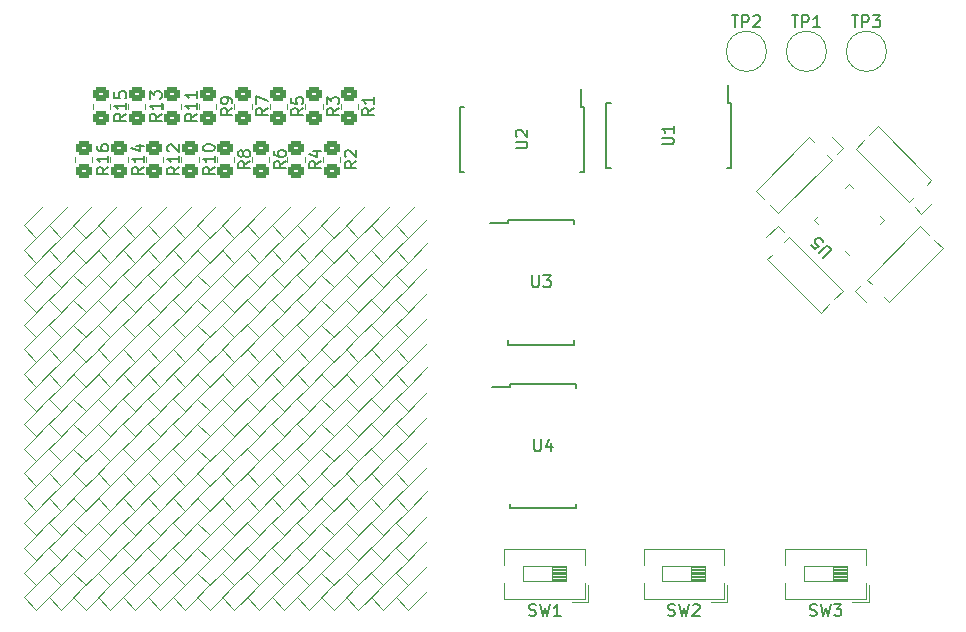
<source format=gbr>
%TF.GenerationSoftware,KiCad,Pcbnew,(6.0.5)*%
%TF.CreationDate,2022-07-14T17:11:25-07:00*%
%TF.ProjectId,PCBbuscard,50434262-7573-4636-9172-642e6b696361,rev?*%
%TF.SameCoordinates,Original*%
%TF.FileFunction,Legend,Top*%
%TF.FilePolarity,Positive*%
%FSLAX46Y46*%
G04 Gerber Fmt 4.6, Leading zero omitted, Abs format (unit mm)*
G04 Created by KiCad (PCBNEW (6.0.5)) date 2022-07-14 17:11:25*
%MOMM*%
%LPD*%
G01*
G04 APERTURE LIST*
G04 Aperture macros list*
%AMRoundRect*
0 Rectangle with rounded corners*
0 $1 Rounding radius*
0 $2 $3 $4 $5 $6 $7 $8 $9 X,Y pos of 4 corners*
0 Add a 4 corners polygon primitive as box body*
4,1,4,$2,$3,$4,$5,$6,$7,$8,$9,$2,$3,0*
0 Add four circle primitives for the rounded corners*
1,1,$1+$1,$2,$3*
1,1,$1+$1,$4,$5*
1,1,$1+$1,$6,$7*
1,1,$1+$1,$8,$9*
0 Add four rect primitives between the rounded corners*
20,1,$1+$1,$2,$3,$4,$5,0*
20,1,$1+$1,$4,$5,$6,$7,0*
20,1,$1+$1,$6,$7,$8,$9,0*
20,1,$1+$1,$8,$9,$2,$3,0*%
%AMHorizOval*
0 Thick line with rounded ends*
0 $1 width*
0 $2 $3 position (X,Y) of the first rounded end (center of the circle)*
0 $4 $5 position (X,Y) of the second rounded end (center of the circle)*
0 Add line between two ends*
20,1,$1,$2,$3,$4,$5,0*
0 Add two circle primitives to create the rounded ends*
1,1,$1,$2,$3*
1,1,$1,$4,$5*%
%AMRotRect*
0 Rectangle, with rotation*
0 The origin of the aperture is its center*
0 $1 length*
0 $2 width*
0 $3 Rotation angle, in degrees counterclockwise*
0 Add horizontal line*
21,1,$1,$2,0,0,$3*%
G04 Aperture macros list end*
%ADD10C,0.150000*%
%ADD11C,0.120000*%
%ADD12C,3.000000*%
%ADD13RoundRect,0.218750X0.026517X-0.335876X0.335876X-0.026517X-0.026517X0.335876X-0.335876X0.026517X0*%
%ADD14R,2.160000X1.120000*%
%ADD15RoundRect,0.250000X-0.450000X0.350000X-0.450000X-0.350000X0.450000X-0.350000X0.450000X0.350000X0*%
%ADD16R,1.500000X0.600000*%
%ADD17R,0.600000X1.500000*%
%ADD18RotRect,1.000000X1.000000X45.000000*%
%ADD19HorizOval,1.000000X0.000000X0.000000X0.000000X0.000000X0*%
%ADD20RotRect,1.000000X1.000000X315.000000*%
%ADD21HorizOval,1.000000X0.000000X0.000000X0.000000X0.000000X0*%
%ADD22RotRect,1.000000X1.000000X135.000000*%
%ADD23HorizOval,1.000000X0.000000X0.000000X0.000000X0.000000X0*%
%ADD24RoundRect,0.062500X0.291682X-0.203293X-0.203293X0.291682X-0.291682X0.203293X0.203293X-0.291682X0*%
%ADD25RoundRect,0.062500X0.291682X0.203293X0.203293X0.291682X-0.291682X-0.203293X-0.203293X-0.291682X0*%
%ADD26RotRect,2.600000X2.600000X135.000000*%
%ADD27RotRect,1.000000X1.000000X225.000000*%
%ADD28HorizOval,1.000000X0.000000X0.000000X0.000000X0.000000X0*%
G04 APERTURE END LIST*
D10*
%TO.C,TP1*%
X170118095Y-75704380D02*
X170689523Y-75704380D01*
X170403809Y-76704380D02*
X170403809Y-75704380D01*
X171022857Y-76704380D02*
X171022857Y-75704380D01*
X171403809Y-75704380D01*
X171499047Y-75752000D01*
X171546666Y-75799619D01*
X171594285Y-75894857D01*
X171594285Y-76037714D01*
X171546666Y-76132952D01*
X171499047Y-76180571D01*
X171403809Y-76228190D01*
X171022857Y-76228190D01*
X172546666Y-76704380D02*
X171975238Y-76704380D01*
X172260952Y-76704380D02*
X172260952Y-75704380D01*
X172165714Y-75847238D01*
X172070476Y-75942476D01*
X171975238Y-75990095D01*
%TO.C,TP2*%
X165038095Y-75704380D02*
X165609523Y-75704380D01*
X165323809Y-76704380D02*
X165323809Y-75704380D01*
X165942857Y-76704380D02*
X165942857Y-75704380D01*
X166323809Y-75704380D01*
X166419047Y-75752000D01*
X166466666Y-75799619D01*
X166514285Y-75894857D01*
X166514285Y-76037714D01*
X166466666Y-76132952D01*
X166419047Y-76180571D01*
X166323809Y-76228190D01*
X165942857Y-76228190D01*
X166895238Y-75799619D02*
X166942857Y-75752000D01*
X167038095Y-75704380D01*
X167276190Y-75704380D01*
X167371428Y-75752000D01*
X167419047Y-75799619D01*
X167466666Y-75894857D01*
X167466666Y-75990095D01*
X167419047Y-76132952D01*
X166847619Y-76704380D01*
X167466666Y-76704380D01*
%TO.C,TP3*%
X175198095Y-75704380D02*
X175769523Y-75704380D01*
X175483809Y-76704380D02*
X175483809Y-75704380D01*
X176102857Y-76704380D02*
X176102857Y-75704380D01*
X176483809Y-75704380D01*
X176579047Y-75752000D01*
X176626666Y-75799619D01*
X176674285Y-75894857D01*
X176674285Y-76037714D01*
X176626666Y-76132952D01*
X176579047Y-76180571D01*
X176483809Y-76228190D01*
X176102857Y-76228190D01*
X177007619Y-75704380D02*
X177626666Y-75704380D01*
X177293333Y-76085333D01*
X177436190Y-76085333D01*
X177531428Y-76132952D01*
X177579047Y-76180571D01*
X177626666Y-76275809D01*
X177626666Y-76513904D01*
X177579047Y-76609142D01*
X177531428Y-76656761D01*
X177436190Y-76704380D01*
X177150476Y-76704380D01*
X177055238Y-76656761D01*
X177007619Y-76609142D01*
%TO.C,SW1*%
X147891666Y-126514761D02*
X148034523Y-126562380D01*
X148272619Y-126562380D01*
X148367857Y-126514761D01*
X148415476Y-126467142D01*
X148463095Y-126371904D01*
X148463095Y-126276666D01*
X148415476Y-126181428D01*
X148367857Y-126133809D01*
X148272619Y-126086190D01*
X148082142Y-126038571D01*
X147986904Y-125990952D01*
X147939285Y-125943333D01*
X147891666Y-125848095D01*
X147891666Y-125752857D01*
X147939285Y-125657619D01*
X147986904Y-125610000D01*
X148082142Y-125562380D01*
X148320238Y-125562380D01*
X148463095Y-125610000D01*
X148796428Y-125562380D02*
X149034523Y-126562380D01*
X149225000Y-125848095D01*
X149415476Y-126562380D01*
X149653571Y-125562380D01*
X150558333Y-126562380D02*
X149986904Y-126562380D01*
X150272619Y-126562380D02*
X150272619Y-125562380D01*
X150177380Y-125705238D01*
X150082142Y-125800476D01*
X149986904Y-125848095D01*
%TO.C,R12*%
X118277381Y-88542857D02*
X117801191Y-88876190D01*
X118277381Y-89114285D02*
X117277381Y-89114285D01*
X117277381Y-88733333D01*
X117325001Y-88638095D01*
X117372620Y-88590476D01*
X117467858Y-88542857D01*
X117610715Y-88542857D01*
X117705953Y-88590476D01*
X117753572Y-88638095D01*
X117801191Y-88733333D01*
X117801191Y-89114285D01*
X118277381Y-87590476D02*
X118277381Y-88161904D01*
X118277381Y-87876190D02*
X117277381Y-87876190D01*
X117420239Y-87971428D01*
X117515477Y-88066666D01*
X117563096Y-88161904D01*
X117372620Y-87209523D02*
X117325001Y-87161904D01*
X117277381Y-87066666D01*
X117277381Y-86828571D01*
X117325001Y-86733333D01*
X117372620Y-86685714D01*
X117467858Y-86638095D01*
X117563096Y-86638095D01*
X117705953Y-86685714D01*
X118277381Y-87257142D01*
X118277381Y-86638095D01*
%TO.C,U4*%
X148313095Y-111602380D02*
X148313095Y-112411904D01*
X148360714Y-112507142D01*
X148408333Y-112554761D01*
X148503571Y-112602380D01*
X148694047Y-112602380D01*
X148789285Y-112554761D01*
X148836904Y-112507142D01*
X148884523Y-112411904D01*
X148884523Y-111602380D01*
X149789285Y-111935714D02*
X149789285Y-112602380D01*
X149551190Y-111554761D02*
X149313095Y-112269047D01*
X149932142Y-112269047D01*
%TO.C,R7*%
X125777380Y-83566666D02*
X125301190Y-83900000D01*
X125777380Y-84138095D02*
X124777380Y-84138095D01*
X124777380Y-83757142D01*
X124825000Y-83661904D01*
X124872619Y-83614285D01*
X124967857Y-83566666D01*
X125110714Y-83566666D01*
X125205952Y-83614285D01*
X125253571Y-83661904D01*
X125301190Y-83757142D01*
X125301190Y-84138095D01*
X124777380Y-83233333D02*
X124777380Y-82566666D01*
X125777380Y-82995238D01*
%TO.C,SW3*%
X171666666Y-126514761D02*
X171809523Y-126562380D01*
X172047619Y-126562380D01*
X172142857Y-126514761D01*
X172190476Y-126467142D01*
X172238095Y-126371904D01*
X172238095Y-126276666D01*
X172190476Y-126181428D01*
X172142857Y-126133809D01*
X172047619Y-126086190D01*
X171857142Y-126038571D01*
X171761904Y-125990952D01*
X171714285Y-125943333D01*
X171666666Y-125848095D01*
X171666666Y-125752857D01*
X171714285Y-125657619D01*
X171761904Y-125610000D01*
X171857142Y-125562380D01*
X172095238Y-125562380D01*
X172238095Y-125610000D01*
X172571428Y-125562380D02*
X172809523Y-126562380D01*
X173000000Y-125848095D01*
X173190476Y-126562380D01*
X173428571Y-125562380D01*
X173714285Y-125562380D02*
X174333333Y-125562380D01*
X174000000Y-125943333D01*
X174142857Y-125943333D01*
X174238095Y-125990952D01*
X174285714Y-126038571D01*
X174333333Y-126133809D01*
X174333333Y-126371904D01*
X174285714Y-126467142D01*
X174238095Y-126514761D01*
X174142857Y-126562380D01*
X173857142Y-126562380D01*
X173761904Y-126514761D01*
X173714285Y-126467142D01*
%TO.C,R2*%
X133277380Y-88066666D02*
X132801190Y-88400000D01*
X133277380Y-88638095D02*
X132277380Y-88638095D01*
X132277380Y-88257142D01*
X132325000Y-88161904D01*
X132372619Y-88114285D01*
X132467857Y-88066666D01*
X132610714Y-88066666D01*
X132705952Y-88114285D01*
X132753571Y-88161904D01*
X132801190Y-88257142D01*
X132801190Y-88638095D01*
X132372619Y-87685714D02*
X132325000Y-87638095D01*
X132277380Y-87542857D01*
X132277380Y-87304761D01*
X132325000Y-87209523D01*
X132372619Y-87161904D01*
X132467857Y-87114285D01*
X132563095Y-87114285D01*
X132705952Y-87161904D01*
X133277380Y-87733333D01*
X133277380Y-87114285D01*
%TO.C,R9*%
X122777381Y-83566666D02*
X122301191Y-83900000D01*
X122777381Y-84138095D02*
X121777381Y-84138095D01*
X121777381Y-83757142D01*
X121825001Y-83661904D01*
X121872620Y-83614285D01*
X121967858Y-83566666D01*
X122110715Y-83566666D01*
X122205953Y-83614285D01*
X122253572Y-83661904D01*
X122301191Y-83757142D01*
X122301191Y-84138095D01*
X122777381Y-83090476D02*
X122777381Y-82900000D01*
X122729762Y-82804761D01*
X122682143Y-82757142D01*
X122539286Y-82661904D01*
X122348810Y-82614285D01*
X121967858Y-82614285D01*
X121872620Y-82661904D01*
X121825001Y-82709523D01*
X121777381Y-82804761D01*
X121777381Y-82995238D01*
X121825001Y-83090476D01*
X121872620Y-83138095D01*
X121967858Y-83185714D01*
X122205953Y-83185714D01*
X122301191Y-83138095D01*
X122348810Y-83090476D01*
X122396429Y-82995238D01*
X122396429Y-82804761D01*
X122348810Y-82709523D01*
X122301191Y-82661904D01*
X122205953Y-82614285D01*
%TO.C,U1*%
X159152380Y-86636904D02*
X159961904Y-86636904D01*
X160057142Y-86589285D01*
X160104761Y-86541666D01*
X160152380Y-86446428D01*
X160152380Y-86255952D01*
X160104761Y-86160714D01*
X160057142Y-86113095D01*
X159961904Y-86065476D01*
X159152380Y-86065476D01*
X160152380Y-85065476D02*
X160152380Y-85636904D01*
X160152380Y-85351190D02*
X159152380Y-85351190D01*
X159295238Y-85446428D01*
X159390476Y-85541666D01*
X159438095Y-85636904D01*
%TO.C,R11*%
X119777381Y-84042857D02*
X119301191Y-84376190D01*
X119777381Y-84614285D02*
X118777381Y-84614285D01*
X118777381Y-84233333D01*
X118825001Y-84138095D01*
X118872620Y-84090476D01*
X118967858Y-84042857D01*
X119110715Y-84042857D01*
X119205953Y-84090476D01*
X119253572Y-84138095D01*
X119301191Y-84233333D01*
X119301191Y-84614285D01*
X119777381Y-83090476D02*
X119777381Y-83661904D01*
X119777381Y-83376190D02*
X118777381Y-83376190D01*
X118920239Y-83471428D01*
X119015477Y-83566666D01*
X119063096Y-83661904D01*
X119777381Y-82138095D02*
X119777381Y-82709523D01*
X119777381Y-82423809D02*
X118777381Y-82423809D01*
X118920239Y-82519047D01*
X119015477Y-82614285D01*
X119063096Y-82709523D01*
%TO.C,U3*%
X148163095Y-97727380D02*
X148163095Y-98536904D01*
X148210714Y-98632142D01*
X148258333Y-98679761D01*
X148353571Y-98727380D01*
X148544047Y-98727380D01*
X148639285Y-98679761D01*
X148686904Y-98632142D01*
X148734523Y-98536904D01*
X148734523Y-97727380D01*
X149115476Y-97727380D02*
X149734523Y-97727380D01*
X149401190Y-98108333D01*
X149544047Y-98108333D01*
X149639285Y-98155952D01*
X149686904Y-98203571D01*
X149734523Y-98298809D01*
X149734523Y-98536904D01*
X149686904Y-98632142D01*
X149639285Y-98679761D01*
X149544047Y-98727380D01*
X149258333Y-98727380D01*
X149163095Y-98679761D01*
X149115476Y-98632142D01*
%TO.C,R6*%
X127277381Y-88066666D02*
X126801191Y-88400000D01*
X127277381Y-88638095D02*
X126277381Y-88638095D01*
X126277381Y-88257142D01*
X126325001Y-88161904D01*
X126372620Y-88114285D01*
X126467858Y-88066666D01*
X126610715Y-88066666D01*
X126705953Y-88114285D01*
X126753572Y-88161904D01*
X126801191Y-88257142D01*
X126801191Y-88638095D01*
X126277381Y-87209523D02*
X126277381Y-87400000D01*
X126325001Y-87495238D01*
X126372620Y-87542857D01*
X126515477Y-87638095D01*
X126705953Y-87685714D01*
X127086905Y-87685714D01*
X127182143Y-87638095D01*
X127229762Y-87590476D01*
X127277381Y-87495238D01*
X127277381Y-87304761D01*
X127229762Y-87209523D01*
X127182143Y-87161904D01*
X127086905Y-87114285D01*
X126848810Y-87114285D01*
X126753572Y-87161904D01*
X126705953Y-87209523D01*
X126658334Y-87304761D01*
X126658334Y-87495238D01*
X126705953Y-87590476D01*
X126753572Y-87638095D01*
X126848810Y-87685714D01*
%TO.C,R8*%
X124277379Y-88066666D02*
X123801189Y-88400000D01*
X124277379Y-88638095D02*
X123277379Y-88638095D01*
X123277379Y-88257142D01*
X123324999Y-88161904D01*
X123372618Y-88114285D01*
X123467856Y-88066666D01*
X123610713Y-88066666D01*
X123705951Y-88114285D01*
X123753570Y-88161904D01*
X123801189Y-88257142D01*
X123801189Y-88638095D01*
X123705951Y-87495238D02*
X123658332Y-87590476D01*
X123610713Y-87638095D01*
X123515475Y-87685714D01*
X123467856Y-87685714D01*
X123372618Y-87638095D01*
X123324999Y-87590476D01*
X123277379Y-87495238D01*
X123277379Y-87304761D01*
X123324999Y-87209523D01*
X123372618Y-87161904D01*
X123467856Y-87114285D01*
X123515475Y-87114285D01*
X123610713Y-87161904D01*
X123658332Y-87209523D01*
X123705951Y-87304761D01*
X123705951Y-87495238D01*
X123753570Y-87590476D01*
X123801189Y-87638095D01*
X123896427Y-87685714D01*
X124086903Y-87685714D01*
X124182141Y-87638095D01*
X124229760Y-87590476D01*
X124277379Y-87495238D01*
X124277379Y-87304761D01*
X124229760Y-87209523D01*
X124182141Y-87161904D01*
X124086903Y-87114285D01*
X123896427Y-87114285D01*
X123801189Y-87161904D01*
X123753570Y-87209523D01*
X123705951Y-87304761D01*
%TO.C,R13*%
X116777381Y-84042857D02*
X116301191Y-84376190D01*
X116777381Y-84614285D02*
X115777381Y-84614285D01*
X115777381Y-84233333D01*
X115825001Y-84138095D01*
X115872620Y-84090476D01*
X115967858Y-84042857D01*
X116110715Y-84042857D01*
X116205953Y-84090476D01*
X116253572Y-84138095D01*
X116301191Y-84233333D01*
X116301191Y-84614285D01*
X116777381Y-83090476D02*
X116777381Y-83661904D01*
X116777381Y-83376190D02*
X115777381Y-83376190D01*
X115920239Y-83471428D01*
X116015477Y-83566666D01*
X116063096Y-83661904D01*
X115777381Y-82757142D02*
X115777381Y-82138095D01*
X116158334Y-82471428D01*
X116158334Y-82328571D01*
X116205953Y-82233333D01*
X116253572Y-82185714D01*
X116348810Y-82138095D01*
X116586905Y-82138095D01*
X116682143Y-82185714D01*
X116729762Y-82233333D01*
X116777381Y-82328571D01*
X116777381Y-82614285D01*
X116729762Y-82709523D01*
X116682143Y-82757142D01*
%TO.C,U2*%
X146752380Y-86961904D02*
X147561904Y-86961904D01*
X147657142Y-86914285D01*
X147704761Y-86866666D01*
X147752380Y-86771428D01*
X147752380Y-86580952D01*
X147704761Y-86485714D01*
X147657142Y-86438095D01*
X147561904Y-86390476D01*
X146752380Y-86390476D01*
X146847619Y-85961904D02*
X146800000Y-85914285D01*
X146752380Y-85819047D01*
X146752380Y-85580952D01*
X146800000Y-85485714D01*
X146847619Y-85438095D01*
X146942857Y-85390476D01*
X147038095Y-85390476D01*
X147180952Y-85438095D01*
X147752380Y-86009523D01*
X147752380Y-85390476D01*
%TO.C,R10*%
X121277381Y-88542857D02*
X120801191Y-88876190D01*
X121277381Y-89114285D02*
X120277381Y-89114285D01*
X120277381Y-88733333D01*
X120325001Y-88638095D01*
X120372620Y-88590476D01*
X120467858Y-88542857D01*
X120610715Y-88542857D01*
X120705953Y-88590476D01*
X120753572Y-88638095D01*
X120801191Y-88733333D01*
X120801191Y-89114285D01*
X121277381Y-87590476D02*
X121277381Y-88161904D01*
X121277381Y-87876190D02*
X120277381Y-87876190D01*
X120420239Y-87971428D01*
X120515477Y-88066666D01*
X120563096Y-88161904D01*
X120277381Y-86971428D02*
X120277381Y-86876190D01*
X120325001Y-86780952D01*
X120372620Y-86733333D01*
X120467858Y-86685714D01*
X120658334Y-86638095D01*
X120896429Y-86638095D01*
X121086905Y-86685714D01*
X121182143Y-86733333D01*
X121229762Y-86780952D01*
X121277381Y-86876190D01*
X121277381Y-86971428D01*
X121229762Y-87066666D01*
X121182143Y-87114285D01*
X121086905Y-87161904D01*
X120896429Y-87209523D01*
X120658334Y-87209523D01*
X120467858Y-87161904D01*
X120372620Y-87114285D01*
X120325001Y-87066666D01*
X120277381Y-86971428D01*
%TO.C,R3*%
X131777381Y-83566666D02*
X131301191Y-83900000D01*
X131777381Y-84138095D02*
X130777381Y-84138095D01*
X130777381Y-83757142D01*
X130825001Y-83661904D01*
X130872620Y-83614285D01*
X130967858Y-83566666D01*
X131110715Y-83566666D01*
X131205953Y-83614285D01*
X131253572Y-83661904D01*
X131301191Y-83757142D01*
X131301191Y-84138095D01*
X130777381Y-83233333D02*
X130777381Y-82614285D01*
X131158334Y-82947619D01*
X131158334Y-82804761D01*
X131205953Y-82709523D01*
X131253572Y-82661904D01*
X131348810Y-82614285D01*
X131586905Y-82614285D01*
X131682143Y-82661904D01*
X131729762Y-82709523D01*
X131777381Y-82804761D01*
X131777381Y-83090476D01*
X131729762Y-83185714D01*
X131682143Y-83233333D01*
%TO.C,R5*%
X128777381Y-83566666D02*
X128301191Y-83900000D01*
X128777381Y-84138095D02*
X127777381Y-84138095D01*
X127777381Y-83757142D01*
X127825001Y-83661904D01*
X127872620Y-83614285D01*
X127967858Y-83566666D01*
X128110715Y-83566666D01*
X128205953Y-83614285D01*
X128253572Y-83661904D01*
X128301191Y-83757142D01*
X128301191Y-84138095D01*
X127777381Y-82661904D02*
X127777381Y-83138095D01*
X128253572Y-83185714D01*
X128205953Y-83138095D01*
X128158334Y-83042857D01*
X128158334Y-82804761D01*
X128205953Y-82709523D01*
X128253572Y-82661904D01*
X128348810Y-82614285D01*
X128586905Y-82614285D01*
X128682143Y-82661904D01*
X128729762Y-82709523D01*
X128777381Y-82804761D01*
X128777381Y-83042857D01*
X128729762Y-83138095D01*
X128682143Y-83185714D01*
%TO.C,R1*%
X134777381Y-83566666D02*
X134301191Y-83900000D01*
X134777381Y-84138095D02*
X133777381Y-84138095D01*
X133777381Y-83757142D01*
X133825001Y-83661904D01*
X133872620Y-83614285D01*
X133967858Y-83566666D01*
X134110715Y-83566666D01*
X134205953Y-83614285D01*
X134253572Y-83661904D01*
X134301191Y-83757142D01*
X134301191Y-84138095D01*
X134777381Y-82614285D02*
X134777381Y-83185714D01*
X134777381Y-82900000D02*
X133777381Y-82900000D01*
X133920239Y-82995238D01*
X134015477Y-83090476D01*
X134063096Y-83185714D01*
%TO.C,R4*%
X130277381Y-88066666D02*
X129801191Y-88400000D01*
X130277381Y-88638095D02*
X129277381Y-88638095D01*
X129277381Y-88257142D01*
X129325001Y-88161904D01*
X129372620Y-88114285D01*
X129467858Y-88066666D01*
X129610715Y-88066666D01*
X129705953Y-88114285D01*
X129753572Y-88161904D01*
X129801191Y-88257142D01*
X129801191Y-88638095D01*
X129610715Y-87209523D02*
X130277381Y-87209523D01*
X129229762Y-87447619D02*
X129944048Y-87685714D01*
X129944048Y-87066666D01*
%TO.C,R15*%
X113777381Y-84042857D02*
X113301191Y-84376190D01*
X113777381Y-84614285D02*
X112777381Y-84614285D01*
X112777381Y-84233333D01*
X112825001Y-84138095D01*
X112872620Y-84090476D01*
X112967858Y-84042857D01*
X113110715Y-84042857D01*
X113205953Y-84090476D01*
X113253572Y-84138095D01*
X113301191Y-84233333D01*
X113301191Y-84614285D01*
X113777381Y-83090476D02*
X113777381Y-83661904D01*
X113777381Y-83376190D02*
X112777381Y-83376190D01*
X112920239Y-83471428D01*
X113015477Y-83566666D01*
X113063096Y-83661904D01*
X112777381Y-82185714D02*
X112777381Y-82661904D01*
X113253572Y-82709523D01*
X113205953Y-82661904D01*
X113158334Y-82566666D01*
X113158334Y-82328571D01*
X113205953Y-82233333D01*
X113253572Y-82185714D01*
X113348810Y-82138095D01*
X113586905Y-82138095D01*
X113682143Y-82185714D01*
X113729762Y-82233333D01*
X113777381Y-82328571D01*
X113777381Y-82566666D01*
X113729762Y-82661904D01*
X113682143Y-82709523D01*
%TO.C,R14*%
X115277379Y-88542857D02*
X114801189Y-88876190D01*
X115277379Y-89114285D02*
X114277379Y-89114285D01*
X114277379Y-88733333D01*
X114324999Y-88638095D01*
X114372618Y-88590476D01*
X114467856Y-88542857D01*
X114610713Y-88542857D01*
X114705951Y-88590476D01*
X114753570Y-88638095D01*
X114801189Y-88733333D01*
X114801189Y-89114285D01*
X115277379Y-87590476D02*
X115277379Y-88161904D01*
X115277379Y-87876190D02*
X114277379Y-87876190D01*
X114420237Y-87971428D01*
X114515475Y-88066666D01*
X114563094Y-88161904D01*
X114610713Y-86733333D02*
X115277379Y-86733333D01*
X114229760Y-86971428D02*
X114944046Y-87209523D01*
X114944046Y-86590476D01*
%TO.C,U5*%
X172818070Y-96259425D02*
X173390490Y-95687005D01*
X173424162Y-95585990D01*
X173424162Y-95518646D01*
X173390490Y-95417631D01*
X173255803Y-95282944D01*
X173154788Y-95249272D01*
X173087444Y-95249272D01*
X172986429Y-95282944D01*
X172414009Y-95855364D01*
X171740574Y-95181929D02*
X172077292Y-95518646D01*
X172447681Y-95215600D01*
X172380338Y-95215600D01*
X172279322Y-95181929D01*
X172110964Y-95013570D01*
X172077292Y-94912555D01*
X172077292Y-94845211D01*
X172110964Y-94744196D01*
X172279322Y-94575837D01*
X172380338Y-94542165D01*
X172447681Y-94542165D01*
X172548696Y-94575837D01*
X172717055Y-94744196D01*
X172750727Y-94845211D01*
X172750727Y-94912555D01*
%TO.C,R16*%
X112277381Y-88542857D02*
X111801191Y-88876190D01*
X112277381Y-89114285D02*
X111277381Y-89114285D01*
X111277381Y-88733333D01*
X111325001Y-88638095D01*
X111372620Y-88590476D01*
X111467858Y-88542857D01*
X111610715Y-88542857D01*
X111705953Y-88590476D01*
X111753572Y-88638095D01*
X111801191Y-88733333D01*
X111801191Y-89114285D01*
X112277381Y-87590476D02*
X112277381Y-88161904D01*
X112277381Y-87876190D02*
X111277381Y-87876190D01*
X111420239Y-87971428D01*
X111515477Y-88066666D01*
X111563096Y-88161904D01*
X111277381Y-86733333D02*
X111277381Y-86923809D01*
X111325001Y-87019047D01*
X111372620Y-87066666D01*
X111515477Y-87161904D01*
X111705953Y-87209523D01*
X112086905Y-87209523D01*
X112182143Y-87161904D01*
X112229762Y-87114285D01*
X112277381Y-87019047D01*
X112277381Y-86828571D01*
X112229762Y-86733333D01*
X112182143Y-86685714D01*
X112086905Y-86638095D01*
X111848810Y-86638095D01*
X111753572Y-86685714D01*
X111705953Y-86733333D01*
X111658334Y-86828571D01*
X111658334Y-87019047D01*
X111705953Y-87114285D01*
X111753572Y-87161904D01*
X111848810Y-87209523D01*
%TO.C,SW2*%
X159666666Y-126514761D02*
X159809523Y-126562380D01*
X160047619Y-126562380D01*
X160142857Y-126514761D01*
X160190476Y-126467142D01*
X160238095Y-126371904D01*
X160238095Y-126276666D01*
X160190476Y-126181428D01*
X160142857Y-126133809D01*
X160047619Y-126086190D01*
X159857142Y-126038571D01*
X159761904Y-125990952D01*
X159714285Y-125943333D01*
X159666666Y-125848095D01*
X159666666Y-125752857D01*
X159714285Y-125657619D01*
X159761904Y-125610000D01*
X159857142Y-125562380D01*
X160095238Y-125562380D01*
X160238095Y-125610000D01*
X160571428Y-125562380D02*
X160809523Y-126562380D01*
X161000000Y-125848095D01*
X161190476Y-126562380D01*
X161428571Y-125562380D01*
X161761904Y-125657619D02*
X161809523Y-125610000D01*
X161904761Y-125562380D01*
X162142857Y-125562380D01*
X162238095Y-125610000D01*
X162285714Y-125657619D01*
X162333333Y-125752857D01*
X162333333Y-125848095D01*
X162285714Y-125990952D01*
X161714285Y-126562380D01*
X162333333Y-126562380D01*
D11*
%TO.C,TP1*%
X173080000Y-78750000D02*
G75*
G03*
X173080000Y-78750000I-1700000J0D01*
G01*
%TO.C,TP2*%
X168000000Y-78750000D02*
G75*
G03*
X168000000Y-78750000I-1700000J0D01*
G01*
%TO.C,TP3*%
X178160000Y-78750000D02*
G75*
G03*
X178160000Y-78750000I-1700000J0D01*
G01*
%TO.C,D190*%
X134025962Y-114974591D02*
X132410223Y-116590330D01*
X133449670Y-117629777D02*
X135065409Y-116014038D01*
X132410223Y-116590330D02*
X133449670Y-117629777D01*
%TO.C,D7*%
X119325962Y-91874591D02*
X117710223Y-93490330D01*
X117710223Y-93490330D02*
X118749670Y-94529777D01*
X118749670Y-94529777D02*
X120365409Y-92914038D01*
%TO.C,D32*%
X136610223Y-95590330D02*
X137649670Y-96629777D01*
X137649670Y-96629777D02*
X139265409Y-95014038D01*
X138225962Y-93974591D02*
X136610223Y-95590330D01*
%TO.C,SW1*%
X151035000Y-122365000D02*
X147415000Y-122365000D01*
X152635000Y-125110000D02*
X152635000Y-123800000D01*
X152635000Y-125110000D02*
X145815000Y-125110000D01*
X145815000Y-122200000D02*
X145815000Y-120890000D01*
X151035000Y-123275000D02*
X149828333Y-123275000D01*
X152875000Y-125350000D02*
X151492000Y-125350000D01*
X152635000Y-120890000D02*
X145815000Y-120890000D01*
X151035000Y-122915000D02*
X149828333Y-122915000D01*
X151035000Y-123395000D02*
X149828333Y-123395000D01*
X151035000Y-122675000D02*
X149828333Y-122675000D01*
X151035000Y-123155000D02*
X149828333Y-123155000D01*
X151035000Y-123515000D02*
X149828333Y-123515000D01*
X151035000Y-122795000D02*
X149828333Y-122795000D01*
X152875000Y-125350000D02*
X152875000Y-123967000D01*
X151035000Y-122435000D02*
X149828333Y-122435000D01*
X149828333Y-123635000D02*
X149828333Y-122365000D01*
X147415000Y-122365000D02*
X147415000Y-123635000D01*
X145815000Y-125110000D02*
X145815000Y-123800000D01*
X151035000Y-123035000D02*
X149828333Y-123035000D01*
X152635000Y-122200000D02*
X152635000Y-120890000D01*
X151035000Y-122555000D02*
X149828333Y-122555000D01*
X151035000Y-123635000D02*
X151035000Y-122365000D01*
X147415000Y-123635000D02*
X151035000Y-123635000D01*
%TO.C,D69*%
X113510223Y-101890330D02*
X114549670Y-102929777D01*
X115125962Y-100274591D02*
X113510223Y-101890330D01*
X114549670Y-102929777D02*
X116165409Y-101314038D01*
%TO.C,D36*%
X112449670Y-98729777D02*
X114065409Y-97114038D01*
X113025962Y-96074591D02*
X111410223Y-97690330D01*
X111410223Y-97690330D02*
X112449670Y-98729777D01*
%TO.C,D129*%
X106725962Y-108674591D02*
X105110223Y-110290330D01*
X105110223Y-110290330D02*
X106149670Y-111329777D01*
X106149670Y-111329777D02*
X107765409Y-109714038D01*
%TO.C,D155*%
X127725962Y-110774591D02*
X126110223Y-112390330D01*
X127149670Y-113429777D02*
X128765409Y-111814038D01*
X126110223Y-112390330D02*
X127149670Y-113429777D01*
%TO.C,D132*%
X111410223Y-110290330D02*
X112449670Y-111329777D01*
X113025962Y-108674591D02*
X111410223Y-110290330D01*
X112449670Y-111329777D02*
X114065409Y-109714038D01*
%TO.C,D227*%
X110349670Y-123929777D02*
X111965409Y-122314038D01*
X109310223Y-122890330D02*
X110349670Y-123929777D01*
X110925962Y-121274591D02*
X109310223Y-122890330D01*
%TO.C,D28*%
X128210223Y-95590330D02*
X129249670Y-96629777D01*
X129825962Y-93974591D02*
X128210223Y-95590330D01*
X129249670Y-96629777D02*
X130865409Y-95014038D01*
%TO.C,D58*%
X125049670Y-100829777D02*
X126665409Y-99214038D01*
X125625962Y-98174591D02*
X124010223Y-99790330D01*
X124010223Y-99790330D02*
X125049670Y-100829777D01*
%TO.C,R12*%
X115440001Y-87672936D02*
X115440001Y-88127064D01*
X116910001Y-87672936D02*
X116910001Y-88127064D01*
%TO.C,D181*%
X115125962Y-114974591D02*
X113510223Y-116590330D01*
X113510223Y-116590330D02*
X114549670Y-117629777D01*
X114549670Y-117629777D02*
X116165409Y-116014038D01*
%TO.C,D163*%
X109310223Y-114490330D02*
X110349670Y-115529777D01*
X110925962Y-112874591D02*
X109310223Y-114490330D01*
X110349670Y-115529777D02*
X111965409Y-113914038D01*
%TO.C,D204*%
X129825962Y-117074591D02*
X128210223Y-118690330D01*
X128210223Y-118690330D02*
X129249670Y-119729777D01*
X129249670Y-119729777D02*
X130865409Y-118114038D01*
%TO.C,D235*%
X126110223Y-122890330D02*
X127149670Y-123929777D01*
X127149670Y-123929777D02*
X128765409Y-122314038D01*
X127725962Y-121274591D02*
X126110223Y-122890330D01*
%TO.C,D11*%
X127149670Y-94529777D02*
X128765409Y-92914038D01*
X126110223Y-93490330D02*
X127149670Y-94529777D01*
X127725962Y-91874591D02*
X126110223Y-93490330D01*
%TO.C,D164*%
X111410223Y-114490330D02*
X112449670Y-115529777D01*
X112449670Y-115529777D02*
X114065409Y-113914038D01*
X113025962Y-112874591D02*
X111410223Y-114490330D01*
%TO.C,D84*%
X113025962Y-102374591D02*
X111410223Y-103990330D01*
X112449670Y-105029777D02*
X114065409Y-103414038D01*
X111410223Y-103990330D02*
X112449670Y-105029777D01*
%TO.C,D38*%
X117225962Y-96074591D02*
X115610223Y-97690330D01*
X116649670Y-98729777D02*
X118265409Y-97114038D01*
X115610223Y-97690330D02*
X116649670Y-98729777D01*
%TO.C,D225*%
X106725962Y-121274591D02*
X105110223Y-122890330D01*
X105110223Y-122890330D02*
X106149670Y-123929777D01*
X106149670Y-123929777D02*
X107765409Y-122314038D01*
%TO.C,D186*%
X124010223Y-116590330D02*
X125049670Y-117629777D01*
X125625962Y-114974591D02*
X124010223Y-116590330D01*
X125049670Y-117629777D02*
X126665409Y-116014038D01*
%TO.C,D191*%
X134510223Y-116590330D02*
X135549670Y-117629777D01*
X135549670Y-117629777D02*
X137165409Y-116014038D01*
X136125962Y-114974591D02*
X134510223Y-116590330D01*
%TO.C,D1*%
X106725962Y-91874591D02*
X105110223Y-93490330D01*
X106149670Y-94529777D02*
X107765409Y-92914038D01*
X105110223Y-93490330D02*
X106149670Y-94529777D01*
%TO.C,D120*%
X119810223Y-108190330D02*
X120849670Y-109229777D01*
X120849670Y-109229777D02*
X122465409Y-107614038D01*
X121425962Y-106574591D02*
X119810223Y-108190330D01*
%TO.C,D18*%
X108825962Y-93974591D02*
X107210223Y-95590330D01*
X107210223Y-95590330D02*
X108249670Y-96629777D01*
X108249670Y-96629777D02*
X109865409Y-95014038D01*
D10*
%TO.C,U4*%
X146300000Y-106875000D02*
X146300000Y-107150000D01*
X151850000Y-106875000D02*
X151850000Y-107230000D01*
X146300000Y-117425000D02*
X151850000Y-117425000D01*
X146300000Y-106875000D02*
X151850000Y-106875000D01*
X146300000Y-107150000D02*
X144775000Y-107150000D01*
X146300000Y-117425000D02*
X146300000Y-117070000D01*
X151850000Y-117425000D02*
X151850000Y-117070000D01*
D11*
%TO.C,D184*%
X120849670Y-117629777D02*
X122465409Y-116014038D01*
X119810223Y-116590330D02*
X120849670Y-117629777D01*
X121425962Y-114974591D02*
X119810223Y-116590330D01*
%TO.C,D171*%
X127725962Y-112874591D02*
X126110223Y-114490330D01*
X126110223Y-114490330D02*
X127149670Y-115529777D01*
X127149670Y-115529777D02*
X128765409Y-113914038D01*
%TO.C,D65*%
X105110223Y-101890330D02*
X106149670Y-102929777D01*
X106725962Y-100274591D02*
X105110223Y-101890330D01*
X106149670Y-102929777D02*
X107765409Y-101314038D01*
%TO.C,D26*%
X125625962Y-93974591D02*
X124010223Y-95590330D01*
X124010223Y-95590330D02*
X125049670Y-96629777D01*
X125049670Y-96629777D02*
X126665409Y-95014038D01*
%TO.C,D57*%
X121910223Y-99790330D02*
X122949670Y-100829777D01*
X122949670Y-100829777D02*
X124565409Y-99214038D01*
X123525962Y-98174591D02*
X121910223Y-99790330D01*
%TO.C,D195*%
X110925962Y-117074591D02*
X109310223Y-118690330D01*
X109310223Y-118690330D02*
X110349670Y-119729777D01*
X110349670Y-119729777D02*
X111965409Y-118114038D01*
%TO.C,D97*%
X106725962Y-104474591D02*
X105110223Y-106090330D01*
X106149670Y-107129777D02*
X107765409Y-105514038D01*
X105110223Y-106090330D02*
X106149670Y-107129777D01*
%TO.C,D168*%
X121425962Y-112874591D02*
X119810223Y-114490330D01*
X119810223Y-114490330D02*
X120849670Y-115529777D01*
X120849670Y-115529777D02*
X122465409Y-113914038D01*
%TO.C,D179*%
X110349670Y-117629777D02*
X111965409Y-116014038D01*
X109310223Y-116590330D02*
X110349670Y-117629777D01*
X110925962Y-114974591D02*
X109310223Y-116590330D01*
%TO.C,D72*%
X121425962Y-100274591D02*
X119810223Y-101890330D01*
X119810223Y-101890330D02*
X120849670Y-102929777D01*
X120849670Y-102929777D02*
X122465409Y-101314038D01*
%TO.C,D220*%
X129249670Y-121829777D02*
X130865409Y-120214038D01*
X128210223Y-120790330D02*
X129249670Y-121829777D01*
X129825962Y-119174591D02*
X128210223Y-120790330D01*
%TO.C,D143*%
X134510223Y-110290330D02*
X135549670Y-111329777D01*
X136125962Y-108674591D02*
X134510223Y-110290330D01*
X135549670Y-111329777D02*
X137165409Y-109714038D01*
%TO.C,D8*%
X120849670Y-94529777D02*
X122465409Y-92914038D01*
X119810223Y-93490330D02*
X120849670Y-94529777D01*
X121425962Y-91874591D02*
X119810223Y-93490330D01*
%TO.C,D112*%
X136610223Y-106090330D02*
X137649670Y-107129777D01*
X137649670Y-107129777D02*
X139265409Y-105514038D01*
X138225962Y-104474591D02*
X136610223Y-106090330D01*
%TO.C,D255*%
X134510223Y-124990330D02*
X135549670Y-126029777D01*
X135549670Y-126029777D02*
X137165409Y-124414038D01*
X136125962Y-123374591D02*
X134510223Y-124990330D01*
%TO.C,D252*%
X129249670Y-126029777D02*
X130865409Y-124414038D01*
X128210223Y-124990330D02*
X129249670Y-126029777D01*
X129825962Y-123374591D02*
X128210223Y-124990330D01*
%TO.C,D60*%
X128210223Y-99790330D02*
X129249670Y-100829777D01*
X129249670Y-100829777D02*
X130865409Y-99214038D01*
X129825962Y-98174591D02*
X128210223Y-99790330D01*
%TO.C,D165*%
X114549670Y-115529777D02*
X116165409Y-113914038D01*
X113510223Y-114490330D02*
X114549670Y-115529777D01*
X115125962Y-112874591D02*
X113510223Y-114490330D01*
%TO.C,D148*%
X112449670Y-113429777D02*
X114065409Y-111814038D01*
X111410223Y-112390330D02*
X112449670Y-113429777D01*
X113025962Y-110774591D02*
X111410223Y-112390330D01*
%TO.C,D35*%
X110925962Y-96074591D02*
X109310223Y-97690330D01*
X110349670Y-98729777D02*
X111965409Y-97114038D01*
X109310223Y-97690330D02*
X110349670Y-98729777D01*
%TO.C,D210*%
X108825962Y-119174591D02*
X107210223Y-120790330D01*
X107210223Y-120790330D02*
X108249670Y-121829777D01*
X108249670Y-121829777D02*
X109865409Y-120214038D01*
%TO.C,D152*%
X120849670Y-113429777D02*
X122465409Y-111814038D01*
X121425962Y-110774591D02*
X119810223Y-112390330D01*
X119810223Y-112390330D02*
X120849670Y-113429777D01*
%TO.C,D105*%
X122949670Y-107129777D02*
X124565409Y-105514038D01*
X123525962Y-104474591D02*
X121910223Y-106090330D01*
X121910223Y-106090330D02*
X122949670Y-107129777D01*
%TO.C,D150*%
X116649670Y-113429777D02*
X118265409Y-111814038D01*
X115610223Y-112390330D02*
X116649670Y-113429777D01*
X117225962Y-110774591D02*
X115610223Y-112390330D01*
%TO.C,D228*%
X112449670Y-123929777D02*
X114065409Y-122314038D01*
X113025962Y-121274591D02*
X111410223Y-122890330D01*
X111410223Y-122890330D02*
X112449670Y-123929777D01*
%TO.C,D238*%
X134025962Y-121274591D02*
X132410223Y-122890330D01*
X132410223Y-122890330D02*
X133449670Y-123929777D01*
X133449670Y-123929777D02*
X135065409Y-122314038D01*
%TO.C,D153*%
X121910223Y-112390330D02*
X122949670Y-113429777D01*
X123525962Y-110774591D02*
X121910223Y-112390330D01*
X122949670Y-113429777D02*
X124565409Y-111814038D01*
%TO.C,D248*%
X119810223Y-124990330D02*
X120849670Y-126029777D01*
X121425962Y-123374591D02*
X119810223Y-124990330D01*
X120849670Y-126029777D02*
X122465409Y-124414038D01*
%TO.C,D200*%
X121425962Y-117074591D02*
X119810223Y-118690330D01*
X119810223Y-118690330D02*
X120849670Y-119729777D01*
X120849670Y-119729777D02*
X122465409Y-118114038D01*
%TO.C,D250*%
X125625962Y-123374591D02*
X124010223Y-124990330D01*
X125049670Y-126029777D02*
X126665409Y-124414038D01*
X124010223Y-124990330D02*
X125049670Y-126029777D01*
%TO.C,D211*%
X110349670Y-121829777D02*
X111965409Y-120214038D01*
X110925962Y-119174591D02*
X109310223Y-120790330D01*
X109310223Y-120790330D02*
X110349670Y-121829777D01*
%TO.C,R7*%
X122940000Y-83172936D02*
X122940000Y-83627064D01*
X124410000Y-83172936D02*
X124410000Y-83627064D01*
%TO.C,D182*%
X115610223Y-116590330D02*
X116649670Y-117629777D01*
X116649670Y-117629777D02*
X118265409Y-116014038D01*
X117225962Y-114974591D02*
X115610223Y-116590330D01*
%TO.C,D122*%
X125049670Y-109229777D02*
X126665409Y-107614038D01*
X125625962Y-106574591D02*
X124010223Y-108190330D01*
X124010223Y-108190330D02*
X125049670Y-109229777D01*
%TO.C,SW3*%
X174810000Y-122435000D02*
X173603333Y-122435000D01*
X174810000Y-123635000D02*
X174810000Y-122365000D01*
X176410000Y-122200000D02*
X176410000Y-120890000D01*
X176410000Y-120890000D02*
X169590000Y-120890000D01*
X169590000Y-125110000D02*
X169590000Y-123800000D01*
X173603333Y-123635000D02*
X173603333Y-122365000D01*
X171190000Y-122365000D02*
X171190000Y-123635000D01*
X174810000Y-122675000D02*
X173603333Y-122675000D01*
X174810000Y-122555000D02*
X173603333Y-122555000D01*
X171190000Y-123635000D02*
X174810000Y-123635000D01*
X174810000Y-123155000D02*
X173603333Y-123155000D01*
X174810000Y-123515000D02*
X173603333Y-123515000D01*
X174810000Y-122365000D02*
X171190000Y-122365000D01*
X174810000Y-123395000D02*
X173603333Y-123395000D01*
X174810000Y-122915000D02*
X173603333Y-122915000D01*
X174810000Y-122795000D02*
X173603333Y-122795000D01*
X176650000Y-125350000D02*
X175267000Y-125350000D01*
X169590000Y-122200000D02*
X169590000Y-120890000D01*
X176650000Y-125350000D02*
X176650000Y-123967000D01*
X176410000Y-125110000D02*
X176410000Y-123800000D01*
X174810000Y-123275000D02*
X173603333Y-123275000D01*
X174810000Y-123035000D02*
X173603333Y-123035000D01*
X176410000Y-125110000D02*
X169590000Y-125110000D01*
%TO.C,D128*%
X136610223Y-108190330D02*
X137649670Y-109229777D01*
X138225962Y-106574591D02*
X136610223Y-108190330D01*
X137649670Y-109229777D02*
X139265409Y-107614038D01*
%TO.C,D202*%
X124010223Y-118690330D02*
X125049670Y-119729777D01*
X125049670Y-119729777D02*
X126665409Y-118114038D01*
X125625962Y-117074591D02*
X124010223Y-118690330D01*
%TO.C,D223*%
X135549670Y-121829777D02*
X137165409Y-120214038D01*
X136125962Y-119174591D02*
X134510223Y-120790330D01*
X134510223Y-120790330D02*
X135549670Y-121829777D01*
%TO.C,D208*%
X137649670Y-119729777D02*
X139265409Y-118114038D01*
X136610223Y-118690330D02*
X137649670Y-119729777D01*
X138225962Y-117074591D02*
X136610223Y-118690330D01*
%TO.C,D6*%
X115610223Y-93490330D02*
X116649670Y-94529777D01*
X116649670Y-94529777D02*
X118265409Y-92914038D01*
X117225962Y-91874591D02*
X115610223Y-93490330D01*
%TO.C,D149*%
X115125962Y-110774591D02*
X113510223Y-112390330D01*
X113510223Y-112390330D02*
X114549670Y-113429777D01*
X114549670Y-113429777D02*
X116165409Y-111814038D01*
%TO.C,D2*%
X108249670Y-94529777D02*
X109865409Y-92914038D01*
X107210223Y-93490330D02*
X108249670Y-94529777D01*
X108825962Y-91874591D02*
X107210223Y-93490330D01*
%TO.C,D118*%
X117225962Y-106574591D02*
X115610223Y-108190330D01*
X115610223Y-108190330D02*
X116649670Y-109229777D01*
X116649670Y-109229777D02*
X118265409Y-107614038D01*
%TO.C,D70*%
X115610223Y-101890330D02*
X116649670Y-102929777D01*
X116649670Y-102929777D02*
X118265409Y-101314038D01*
X117225962Y-100274591D02*
X115610223Y-101890330D01*
%TO.C,D170*%
X125049670Y-115529777D02*
X126665409Y-113914038D01*
X124010223Y-114490330D02*
X125049670Y-115529777D01*
X125625962Y-112874591D02*
X124010223Y-114490330D01*
%TO.C,D131*%
X110349670Y-111329777D02*
X111965409Y-109714038D01*
X110925962Y-108674591D02*
X109310223Y-110290330D01*
X109310223Y-110290330D02*
X110349670Y-111329777D01*
%TO.C,D147*%
X110925962Y-110774591D02*
X109310223Y-112390330D01*
X109310223Y-112390330D02*
X110349670Y-113429777D01*
X110349670Y-113429777D02*
X111965409Y-111814038D01*
%TO.C,D61*%
X130310223Y-99790330D02*
X131349670Y-100829777D01*
X131349670Y-100829777D02*
X132965409Y-99214038D01*
X131925962Y-98174591D02*
X130310223Y-99790330D01*
%TO.C,D175*%
X134510223Y-114490330D02*
X135549670Y-115529777D01*
X136125962Y-112874591D02*
X134510223Y-114490330D01*
X135549670Y-115529777D02*
X137165409Y-113914038D01*
%TO.C,D139*%
X126110223Y-110290330D02*
X127149670Y-111329777D01*
X127149670Y-111329777D02*
X128765409Y-109714038D01*
X127725962Y-108674591D02*
X126110223Y-110290330D01*
%TO.C,D240*%
X137649670Y-123929777D02*
X139265409Y-122314038D01*
X138225962Y-121274591D02*
X136610223Y-122890330D01*
X136610223Y-122890330D02*
X137649670Y-123929777D01*
%TO.C,D127*%
X134510223Y-108190330D02*
X135549670Y-109229777D01*
X136125962Y-106574591D02*
X134510223Y-108190330D01*
X135549670Y-109229777D02*
X137165409Y-107614038D01*
%TO.C,D50*%
X107210223Y-99790330D02*
X108249670Y-100829777D01*
X108249670Y-100829777D02*
X109865409Y-99214038D01*
X108825962Y-98174591D02*
X107210223Y-99790330D01*
%TO.C,D205*%
X131349670Y-119729777D02*
X132965409Y-118114038D01*
X130310223Y-118690330D02*
X131349670Y-119729777D01*
X131925962Y-117074591D02*
X130310223Y-118690330D01*
%TO.C,D154*%
X125625962Y-110774591D02*
X124010223Y-112390330D01*
X124010223Y-112390330D02*
X125049670Y-113429777D01*
X125049670Y-113429777D02*
X126665409Y-111814038D01*
%TO.C,D90*%
X124010223Y-103990330D02*
X125049670Y-105029777D01*
X125625962Y-102374591D02*
X124010223Y-103990330D01*
X125049670Y-105029777D02*
X126665409Y-103414038D01*
%TO.C,D229*%
X115125962Y-121274591D02*
X113510223Y-122890330D01*
X114549670Y-123929777D02*
X116165409Y-122314038D01*
X113510223Y-122890330D02*
X114549670Y-123929777D01*
%TO.C,D16*%
X136610223Y-93490330D02*
X137649670Y-94529777D01*
X138225962Y-91874591D02*
X136610223Y-93490330D01*
X137649670Y-94529777D02*
X139265409Y-92914038D01*
%TO.C,D251*%
X127725962Y-123374591D02*
X126110223Y-124990330D01*
X126110223Y-124990330D02*
X127149670Y-126029777D01*
X127149670Y-126029777D02*
X128765409Y-124414038D01*
%TO.C,D41*%
X121910223Y-97690330D02*
X122949670Y-98729777D01*
X122949670Y-98729777D02*
X124565409Y-97114038D01*
X123525962Y-96074591D02*
X121910223Y-97690330D01*
%TO.C,D124*%
X128210223Y-108190330D02*
X129249670Y-109229777D01*
X129249670Y-109229777D02*
X130865409Y-107614038D01*
X129825962Y-106574591D02*
X128210223Y-108190330D01*
%TO.C,D3*%
X110349670Y-94529777D02*
X111965409Y-92914038D01*
X109310223Y-93490330D02*
X110349670Y-94529777D01*
X110925962Y-91874591D02*
X109310223Y-93490330D01*
%TO.C,D46*%
X132410223Y-97690330D02*
X133449670Y-98729777D01*
X134025962Y-96074591D02*
X132410223Y-97690330D01*
X133449670Y-98729777D02*
X135065409Y-97114038D01*
%TO.C,R2*%
X130440000Y-87672936D02*
X130440000Y-88127064D01*
X131910000Y-87672936D02*
X131910000Y-88127064D01*
%TO.C,D206*%
X133449670Y-119729777D02*
X135065409Y-118114038D01*
X134025962Y-117074591D02*
X132410223Y-118690330D01*
X132410223Y-118690330D02*
X133449670Y-119729777D01*
%TO.C,D162*%
X108825962Y-112874591D02*
X107210223Y-114490330D01*
X108249670Y-115529777D02*
X109865409Y-113914038D01*
X107210223Y-114490330D02*
X108249670Y-115529777D01*
%TO.C,D13*%
X130310223Y-93490330D02*
X131349670Y-94529777D01*
X131349670Y-94529777D02*
X132965409Y-92914038D01*
X131925962Y-91874591D02*
X130310223Y-93490330D01*
%TO.C,D207*%
X134510223Y-118690330D02*
X135549670Y-119729777D01*
X135549670Y-119729777D02*
X137165409Y-118114038D01*
X136125962Y-117074591D02*
X134510223Y-118690330D01*
%TO.C,D233*%
X121910223Y-122890330D02*
X122949670Y-123929777D01*
X122949670Y-123929777D02*
X124565409Y-122314038D01*
X123525962Y-121274591D02*
X121910223Y-122890330D01*
%TO.C,D103*%
X118749670Y-107129777D02*
X120365409Y-105514038D01*
X119325962Y-104474591D02*
X117710223Y-106090330D01*
X117710223Y-106090330D02*
X118749670Y-107129777D01*
%TO.C,D83*%
X110349670Y-105029777D02*
X111965409Y-103414038D01*
X110925962Y-102374591D02*
X109310223Y-103990330D01*
X109310223Y-103990330D02*
X110349670Y-105029777D01*
%TO.C,D29*%
X131349670Y-96629777D02*
X132965409Y-95014038D01*
X131925962Y-93974591D02*
X130310223Y-95590330D01*
X130310223Y-95590330D02*
X131349670Y-96629777D01*
%TO.C,D123*%
X127149670Y-109229777D02*
X128765409Y-107614038D01*
X126110223Y-108190330D02*
X127149670Y-109229777D01*
X127725962Y-106574591D02*
X126110223Y-108190330D01*
%TO.C,D55*%
X118749670Y-100829777D02*
X120365409Y-99214038D01*
X117710223Y-99790330D02*
X118749670Y-100829777D01*
X119325962Y-98174591D02*
X117710223Y-99790330D01*
%TO.C,D87*%
X118749670Y-105029777D02*
X120365409Y-103414038D01*
X119325962Y-102374591D02*
X117710223Y-103990330D01*
X117710223Y-103990330D02*
X118749670Y-105029777D01*
%TO.C,D231*%
X117710223Y-122890330D02*
X118749670Y-123929777D01*
X118749670Y-123929777D02*
X120365409Y-122314038D01*
X119325962Y-121274591D02*
X117710223Y-122890330D01*
%TO.C,D62*%
X133449670Y-100829777D02*
X135065409Y-99214038D01*
X132410223Y-99790330D02*
X133449670Y-100829777D01*
X134025962Y-98174591D02*
X132410223Y-99790330D01*
%TO.C,D116*%
X113025962Y-106574591D02*
X111410223Y-108190330D01*
X112449670Y-109229777D02*
X114065409Y-107614038D01*
X111410223Y-108190330D02*
X112449670Y-109229777D01*
%TO.C,D31*%
X134510223Y-95590330D02*
X135549670Y-96629777D01*
X135549670Y-96629777D02*
X137165409Y-95014038D01*
X136125962Y-93974591D02*
X134510223Y-95590330D01*
%TO.C,D88*%
X119810223Y-103990330D02*
X120849670Y-105029777D01*
X121425962Y-102374591D02*
X119810223Y-103990330D01*
X120849670Y-105029777D02*
X122465409Y-103414038D01*
%TO.C,D161*%
X106725962Y-112874591D02*
X105110223Y-114490330D01*
X105110223Y-114490330D02*
X106149670Y-115529777D01*
X106149670Y-115529777D02*
X107765409Y-113914038D01*
%TO.C,D85*%
X115125962Y-102374591D02*
X113510223Y-103990330D01*
X113510223Y-103990330D02*
X114549670Y-105029777D01*
X114549670Y-105029777D02*
X116165409Y-103414038D01*
%TO.C,D215*%
X119325962Y-119174591D02*
X117710223Y-120790330D01*
X118749670Y-121829777D02*
X120365409Y-120214038D01*
X117710223Y-120790330D02*
X118749670Y-121829777D01*
%TO.C,D203*%
X127725962Y-117074591D02*
X126110223Y-118690330D01*
X126110223Y-118690330D02*
X127149670Y-119729777D01*
X127149670Y-119729777D02*
X128765409Y-118114038D01*
%TO.C,D101*%
X113510223Y-106090330D02*
X114549670Y-107129777D01*
X114549670Y-107129777D02*
X116165409Y-105514038D01*
X115125962Y-104474591D02*
X113510223Y-106090330D01*
%TO.C,D10*%
X125049670Y-94529777D02*
X126665409Y-92914038D01*
X124010223Y-93490330D02*
X125049670Y-94529777D01*
X125625962Y-91874591D02*
X124010223Y-93490330D01*
%TO.C,D27*%
X126110223Y-95590330D02*
X127149670Y-96629777D01*
X127149670Y-96629777D02*
X128765409Y-95014038D01*
X127725962Y-93974591D02*
X126110223Y-95590330D01*
%TO.C,D114*%
X107210223Y-108190330D02*
X108249670Y-109229777D01*
X108825962Y-106574591D02*
X107210223Y-108190330D01*
X108249670Y-109229777D02*
X109865409Y-107614038D01*
%TO.C,D253*%
X130310223Y-124990330D02*
X131349670Y-126029777D01*
X131349670Y-126029777D02*
X132965409Y-124414038D01*
X131925962Y-123374591D02*
X130310223Y-124990330D01*
%TO.C,D82*%
X108825962Y-102374591D02*
X107210223Y-103990330D01*
X108249670Y-105029777D02*
X109865409Y-103414038D01*
X107210223Y-103990330D02*
X108249670Y-105029777D01*
%TO.C,D109*%
X130310223Y-106090330D02*
X131349670Y-107129777D01*
X131925962Y-104474591D02*
X130310223Y-106090330D01*
X131349670Y-107129777D02*
X132965409Y-105514038D01*
%TO.C,D236*%
X128210223Y-122890330D02*
X129249670Y-123929777D01*
X129825962Y-121274591D02*
X128210223Y-122890330D01*
X129249670Y-123929777D02*
X130865409Y-122314038D01*
%TO.C,D226*%
X107210223Y-122890330D02*
X108249670Y-123929777D01*
X108249670Y-123929777D02*
X109865409Y-122314038D01*
X108825962Y-121274591D02*
X107210223Y-122890330D01*
%TO.C,D232*%
X119810223Y-122890330D02*
X120849670Y-123929777D01*
X120849670Y-123929777D02*
X122465409Y-122314038D01*
X121425962Y-121274591D02*
X119810223Y-122890330D01*
%TO.C,D74*%
X124010223Y-101890330D02*
X125049670Y-102929777D01*
X125625962Y-100274591D02*
X124010223Y-101890330D01*
X125049670Y-102929777D02*
X126665409Y-101314038D01*
%TO.C,R9*%
X119940001Y-83172936D02*
X119940001Y-83627064D01*
X121410001Y-83172936D02*
X121410001Y-83627064D01*
%TO.C,D67*%
X110925962Y-100274591D02*
X109310223Y-101890330D01*
X109310223Y-101890330D02*
X110349670Y-102929777D01*
X110349670Y-102929777D02*
X111965409Y-101314038D01*
%TO.C,D33*%
X106149670Y-98729777D02*
X107765409Y-97114038D01*
X105110223Y-97690330D02*
X106149670Y-98729777D01*
X106725962Y-96074591D02*
X105110223Y-97690330D01*
%TO.C,D140*%
X129825962Y-108674591D02*
X128210223Y-110290330D01*
X128210223Y-110290330D02*
X129249670Y-111329777D01*
X129249670Y-111329777D02*
X130865409Y-109714038D01*
%TO.C,D71*%
X119325962Y-100274591D02*
X117710223Y-101890330D01*
X118749670Y-102929777D02*
X120365409Y-101314038D01*
X117710223Y-101890330D02*
X118749670Y-102929777D01*
%TO.C,D66*%
X107210223Y-101890330D02*
X108249670Y-102929777D01*
X108825962Y-100274591D02*
X107210223Y-101890330D01*
X108249670Y-102929777D02*
X109865409Y-101314038D01*
%TO.C,D104*%
X121425962Y-104474591D02*
X119810223Y-106090330D01*
X119810223Y-106090330D02*
X120849670Y-107129777D01*
X120849670Y-107129777D02*
X122465409Y-105514038D01*
%TO.C,D209*%
X106149670Y-121829777D02*
X107765409Y-120214038D01*
X105110223Y-120790330D02*
X106149670Y-121829777D01*
X106725962Y-119174591D02*
X105110223Y-120790330D01*
%TO.C,D78*%
X132410223Y-101890330D02*
X133449670Y-102929777D01*
X134025962Y-100274591D02*
X132410223Y-101890330D01*
X133449670Y-102929777D02*
X135065409Y-101314038D01*
D10*
%TO.C,U1*%
X165000000Y-83100000D02*
X165000000Y-88650000D01*
X154450000Y-83100000D02*
X154450000Y-88650000D01*
X165000000Y-83100000D02*
X164725000Y-83100000D01*
X154450000Y-88650000D02*
X154805000Y-88650000D01*
X165000000Y-88650000D02*
X164645000Y-88650000D01*
X164725000Y-83100000D02*
X164725000Y-81575000D01*
X154450000Y-83100000D02*
X154805000Y-83100000D01*
D11*
%TO.C,D136*%
X121425962Y-108674591D02*
X119810223Y-110290330D01*
X120849670Y-111329777D02*
X122465409Y-109714038D01*
X119810223Y-110290330D02*
X120849670Y-111329777D01*
%TO.C,D99*%
X110349670Y-107129777D02*
X111965409Y-105514038D01*
X109310223Y-106090330D02*
X110349670Y-107129777D01*
X110925962Y-104474591D02*
X109310223Y-106090330D01*
%TO.C,D102*%
X115610223Y-106090330D02*
X116649670Y-107129777D01*
X117225962Y-104474591D02*
X115610223Y-106090330D01*
X116649670Y-107129777D02*
X118265409Y-105514038D01*
%TO.C,D111*%
X136125962Y-104474591D02*
X134510223Y-106090330D01*
X135549670Y-107129777D02*
X137165409Y-105514038D01*
X134510223Y-106090330D02*
X135549670Y-107129777D01*
%TO.C,D135*%
X118749670Y-111329777D02*
X120365409Y-109714038D01*
X119325962Y-108674591D02*
X117710223Y-110290330D01*
X117710223Y-110290330D02*
X118749670Y-111329777D01*
%TO.C,J15*%
X168038534Y-96369364D02*
X168441585Y-95966313D01*
X168933024Y-93502046D02*
X169470425Y-94039447D01*
X169919438Y-94488460D02*
X174451992Y-99021014D01*
X173728997Y-99744010D02*
X174451992Y-99021014D01*
X172571088Y-100901918D02*
X173294084Y-100178923D01*
X168038534Y-96369364D02*
X172571088Y-100901918D01*
X167992572Y-94442498D02*
X168933024Y-93502046D01*
X169516387Y-94891511D02*
X169919438Y-94488460D01*
%TO.C,D37*%
X113510223Y-97690330D02*
X114549670Y-98729777D01*
X114549670Y-98729777D02*
X116165409Y-97114038D01*
X115125962Y-96074591D02*
X113510223Y-97690330D01*
%TO.C,D241*%
X106725962Y-123374591D02*
X105110223Y-124990330D01*
X106149670Y-126029777D02*
X107765409Y-124414038D01*
X105110223Y-124990330D02*
X106149670Y-126029777D01*
%TO.C,R11*%
X118410001Y-83172936D02*
X118410001Y-83627064D01*
X116940001Y-83172936D02*
X116940001Y-83627064D01*
%TO.C,J18*%
X171630636Y-86038534D02*
X172033687Y-86441585D01*
X168255990Y-91728997D02*
X168978986Y-92451992D01*
X173557502Y-85992572D02*
X174497954Y-86933024D01*
X173108489Y-87516387D02*
X173511540Y-87919438D01*
X174497954Y-86933024D02*
X173960553Y-87470425D01*
X173511540Y-87919438D02*
X168978986Y-92451992D01*
X167098082Y-90571088D02*
X167821077Y-91294084D01*
X171630636Y-86038534D02*
X167098082Y-90571088D01*
%TO.C,D53*%
X114549670Y-100829777D02*
X116165409Y-99214038D01*
X113510223Y-99790330D02*
X114549670Y-100829777D01*
X115125962Y-98174591D02*
X113510223Y-99790330D01*
%TO.C,D15*%
X135549670Y-94529777D02*
X137165409Y-92914038D01*
X134510223Y-93490330D02*
X135549670Y-94529777D01*
X136125962Y-91874591D02*
X134510223Y-93490330D01*
D10*
%TO.C,U3*%
X146150000Y-93025000D02*
X151700000Y-93025000D01*
X146150000Y-93025000D02*
X146150000Y-93300000D01*
X146150000Y-103575000D02*
X146150000Y-103220000D01*
X146150000Y-93300000D02*
X144625000Y-93300000D01*
X146150000Y-103575000D02*
X151700000Y-103575000D01*
X151700000Y-103575000D02*
X151700000Y-103220000D01*
X151700000Y-93025000D02*
X151700000Y-93380000D01*
D11*
%TO.C,D4*%
X112449670Y-94529777D02*
X114065409Y-92914038D01*
X113025962Y-91874591D02*
X111410223Y-93490330D01*
X111410223Y-93490330D02*
X112449670Y-94529777D01*
%TO.C,D100*%
X113025962Y-104474591D02*
X111410223Y-106090330D01*
X112449670Y-107129777D02*
X114065409Y-105514038D01*
X111410223Y-106090330D02*
X112449670Y-107129777D01*
%TO.C,R6*%
X124440001Y-87672936D02*
X124440001Y-88127064D01*
X125910001Y-87672936D02*
X125910001Y-88127064D01*
%TO.C,D187*%
X127149670Y-117629777D02*
X128765409Y-116014038D01*
X126110223Y-116590330D02*
X127149670Y-117629777D01*
X127725962Y-114974591D02*
X126110223Y-116590330D01*
%TO.C,D56*%
X120849670Y-100829777D02*
X122465409Y-99214038D01*
X121425962Y-98174591D02*
X119810223Y-99790330D01*
X119810223Y-99790330D02*
X120849670Y-100829777D01*
%TO.C,D24*%
X120849670Y-96629777D02*
X122465409Y-95014038D01*
X119810223Y-95590330D02*
X120849670Y-96629777D01*
X121425962Y-93974591D02*
X119810223Y-95590330D01*
%TO.C,D166*%
X116649670Y-115529777D02*
X118265409Y-113914038D01*
X115610223Y-114490330D02*
X116649670Y-115529777D01*
X117225962Y-112874591D02*
X115610223Y-114490330D01*
%TO.C,D249*%
X122949670Y-126029777D02*
X124565409Y-124414038D01*
X121910223Y-124990330D02*
X122949670Y-126029777D01*
X123525962Y-123374591D02*
X121910223Y-124990330D01*
%TO.C,D68*%
X111410223Y-101890330D02*
X112449670Y-102929777D01*
X113025962Y-100274591D02*
X111410223Y-101890330D01*
X112449670Y-102929777D02*
X114065409Y-101314038D01*
%TO.C,R8*%
X121439999Y-87672936D02*
X121439999Y-88127064D01*
X122909999Y-87672936D02*
X122909999Y-88127064D01*
%TO.C,D224*%
X138225962Y-119174591D02*
X136610223Y-120790330D01*
X136610223Y-120790330D02*
X137649670Y-121829777D01*
X137649670Y-121829777D02*
X139265409Y-120214038D01*
%TO.C,D158*%
X132410223Y-112390330D02*
X133449670Y-113429777D01*
X134025962Y-110774591D02*
X132410223Y-112390330D01*
X133449670Y-113429777D02*
X135065409Y-111814038D01*
%TO.C,D246*%
X117225962Y-123374591D02*
X115610223Y-124990330D01*
X116649670Y-126029777D02*
X118265409Y-124414038D01*
X115610223Y-124990330D02*
X116649670Y-126029777D01*
%TO.C,D75*%
X127725962Y-100274591D02*
X126110223Y-101890330D01*
X126110223Y-101890330D02*
X127149670Y-102929777D01*
X127149670Y-102929777D02*
X128765409Y-101314038D01*
%TO.C,D119*%
X118749670Y-109229777D02*
X120365409Y-107614038D01*
X119325962Y-106574591D02*
X117710223Y-108190330D01*
X117710223Y-108190330D02*
X118749670Y-109229777D01*
%TO.C,D198*%
X115610223Y-118690330D02*
X116649670Y-119729777D01*
X116649670Y-119729777D02*
X118265409Y-118114038D01*
X117225962Y-117074591D02*
X115610223Y-118690330D01*
%TO.C,D176*%
X136610223Y-114490330D02*
X137649670Y-115529777D01*
X137649670Y-115529777D02*
X139265409Y-113914038D01*
X138225962Y-112874591D02*
X136610223Y-114490330D01*
%TO.C,D9*%
X123525962Y-91874591D02*
X121910223Y-93490330D01*
X122949670Y-94529777D02*
X124565409Y-92914038D01*
X121910223Y-93490330D02*
X122949670Y-94529777D01*
%TO.C,D137*%
X122949670Y-111329777D02*
X124565409Y-109714038D01*
X123525962Y-108674591D02*
X121910223Y-110290330D01*
X121910223Y-110290330D02*
X122949670Y-111329777D01*
%TO.C,D43*%
X126110223Y-97690330D02*
X127149670Y-98729777D01*
X127725962Y-96074591D02*
X126110223Y-97690330D01*
X127149670Y-98729777D02*
X128765409Y-97114038D01*
%TO.C,D63*%
X136125962Y-98174591D02*
X134510223Y-99790330D01*
X134510223Y-99790330D02*
X135549670Y-100829777D01*
X135549670Y-100829777D02*
X137165409Y-99214038D01*
%TO.C,D174*%
X133449670Y-115529777D02*
X135065409Y-113914038D01*
X134025962Y-112874591D02*
X132410223Y-114490330D01*
X132410223Y-114490330D02*
X133449670Y-115529777D01*
%TO.C,D92*%
X129825962Y-102374591D02*
X128210223Y-103990330D01*
X129249670Y-105029777D02*
X130865409Y-103414038D01*
X128210223Y-103990330D02*
X129249670Y-105029777D01*
%TO.C,D185*%
X122949670Y-117629777D02*
X124565409Y-116014038D01*
X123525962Y-114974591D02*
X121910223Y-116590330D01*
X121910223Y-116590330D02*
X122949670Y-117629777D01*
%TO.C,D142*%
X134025962Y-108674591D02*
X132410223Y-110290330D01*
X132410223Y-110290330D02*
X133449670Y-111329777D01*
X133449670Y-111329777D02*
X135065409Y-109714038D01*
%TO.C,D193*%
X106725962Y-117074591D02*
X105110223Y-118690330D01*
X105110223Y-118690330D02*
X106149670Y-119729777D01*
X106149670Y-119729777D02*
X107765409Y-118114038D01*
%TO.C,D40*%
X120849670Y-98729777D02*
X122465409Y-97114038D01*
X119810223Y-97690330D02*
X120849670Y-98729777D01*
X121425962Y-96074591D02*
X119810223Y-97690330D01*
%TO.C,D244*%
X111410223Y-124990330D02*
X112449670Y-126029777D01*
X113025962Y-123374591D02*
X111410223Y-124990330D01*
X112449670Y-126029777D02*
X114065409Y-124414038D01*
%TO.C,D94*%
X133449670Y-105029777D02*
X135065409Y-103414038D01*
X132410223Y-103990330D02*
X133449670Y-105029777D01*
X134025962Y-102374591D02*
X132410223Y-103990330D01*
%TO.C,D243*%
X110925962Y-123374591D02*
X109310223Y-124990330D01*
X109310223Y-124990330D02*
X110349670Y-126029777D01*
X110349670Y-126029777D02*
X111965409Y-124414038D01*
%TO.C,D216*%
X119810223Y-120790330D02*
X120849670Y-121829777D01*
X120849670Y-121829777D02*
X122465409Y-120214038D01*
X121425962Y-119174591D02*
X119810223Y-120790330D01*
%TO.C,D156*%
X129825962Y-110774591D02*
X128210223Y-112390330D01*
X128210223Y-112390330D02*
X129249670Y-113429777D01*
X129249670Y-113429777D02*
X130865409Y-111814038D01*
%TO.C,D14*%
X132410223Y-93490330D02*
X133449670Y-94529777D01*
X133449670Y-94529777D02*
X135065409Y-92914038D01*
X134025962Y-91874591D02*
X132410223Y-93490330D01*
%TO.C,D239*%
X136125962Y-121274591D02*
X134510223Y-122890330D01*
X135549670Y-123929777D02*
X137165409Y-122314038D01*
X134510223Y-122890330D02*
X135549670Y-123929777D01*
%TO.C,D177*%
X106149670Y-117629777D02*
X107765409Y-116014038D01*
X106725962Y-114974591D02*
X105110223Y-116590330D01*
X105110223Y-116590330D02*
X106149670Y-117629777D01*
%TO.C,D245*%
X114549670Y-126029777D02*
X116165409Y-124414038D01*
X115125962Y-123374591D02*
X113510223Y-124990330D01*
X113510223Y-124990330D02*
X114549670Y-126029777D01*
%TO.C,D230*%
X115610223Y-122890330D02*
X116649670Y-123929777D01*
X116649670Y-123929777D02*
X118265409Y-122314038D01*
X117225962Y-121274591D02*
X115610223Y-122890330D01*
%TO.C,D222*%
X132410223Y-120790330D02*
X133449670Y-121829777D01*
X134025962Y-119174591D02*
X132410223Y-120790330D01*
X133449670Y-121829777D02*
X135065409Y-120214038D01*
%TO.C,D51*%
X110925962Y-98174591D02*
X109310223Y-99790330D01*
X109310223Y-99790330D02*
X110349670Y-100829777D01*
X110349670Y-100829777D02*
X111965409Y-99214038D01*
%TO.C,D167*%
X117710223Y-114490330D02*
X118749670Y-115529777D01*
X118749670Y-115529777D02*
X120365409Y-113914038D01*
X119325962Y-112874591D02*
X117710223Y-114490330D01*
%TO.C,D76*%
X129249670Y-102929777D02*
X130865409Y-101314038D01*
X128210223Y-101890330D02*
X129249670Y-102929777D01*
X129825962Y-100274591D02*
X128210223Y-101890330D01*
%TO.C,D138*%
X125049670Y-111329777D02*
X126665409Y-109714038D01*
X125625962Y-108674591D02*
X124010223Y-110290330D01*
X124010223Y-110290330D02*
X125049670Y-111329777D01*
%TO.C,R13*%
X113940001Y-83172936D02*
X113940001Y-83627064D01*
X115410001Y-83172936D02*
X115410001Y-83627064D01*
%TO.C,D77*%
X131925962Y-100274591D02*
X130310223Y-101890330D01*
X130310223Y-101890330D02*
X131349670Y-102929777D01*
X131349670Y-102929777D02*
X132965409Y-101314038D01*
%TO.C,D23*%
X117710223Y-95590330D02*
X118749670Y-96629777D01*
X118749670Y-96629777D02*
X120365409Y-95014038D01*
X119325962Y-93974591D02*
X117710223Y-95590330D01*
%TO.C,D81*%
X105110223Y-103990330D02*
X106149670Y-105029777D01*
X106725962Y-102374591D02*
X105110223Y-103990330D01*
X106149670Y-105029777D02*
X107765409Y-103414038D01*
%TO.C,D172*%
X129825962Y-112874591D02*
X128210223Y-114490330D01*
X128210223Y-114490330D02*
X129249670Y-115529777D01*
X129249670Y-115529777D02*
X130865409Y-113914038D01*
%TO.C,D213*%
X115125962Y-119174591D02*
X113510223Y-120790330D01*
X113510223Y-120790330D02*
X114549670Y-121829777D01*
X114549670Y-121829777D02*
X116165409Y-120214038D01*
%TO.C,D247*%
X117710223Y-124990330D02*
X118749670Y-126029777D01*
X119325962Y-123374591D02*
X117710223Y-124990330D01*
X118749670Y-126029777D02*
X120365409Y-124414038D01*
%TO.C,D146*%
X108249670Y-113429777D02*
X109865409Y-111814038D01*
X108825962Y-110774591D02*
X107210223Y-112390330D01*
X107210223Y-112390330D02*
X108249670Y-113429777D01*
%TO.C,D44*%
X129825962Y-96074591D02*
X128210223Y-97690330D01*
X129249670Y-98729777D02*
X130865409Y-97114038D01*
X128210223Y-97690330D02*
X129249670Y-98729777D01*
%TO.C,D79*%
X134510223Y-101890330D02*
X135549670Y-102929777D01*
X135549670Y-102929777D02*
X137165409Y-101314038D01*
X136125962Y-100274591D02*
X134510223Y-101890330D01*
%TO.C,D145*%
X106149670Y-113429777D02*
X107765409Y-111814038D01*
X105110223Y-112390330D02*
X106149670Y-113429777D01*
X106725962Y-110774591D02*
X105110223Y-112390330D01*
D10*
%TO.C,U2*%
X152575000Y-83425000D02*
X152300000Y-83425000D01*
X152575000Y-88975000D02*
X152220000Y-88975000D01*
X152300000Y-83425000D02*
X152300000Y-81900000D01*
X142025000Y-83425000D02*
X142380000Y-83425000D01*
X142025000Y-88975000D02*
X142380000Y-88975000D01*
X152575000Y-83425000D02*
X152575000Y-88975000D01*
X142025000Y-83425000D02*
X142025000Y-88975000D01*
D11*
%TO.C,D126*%
X133449670Y-109229777D02*
X135065409Y-107614038D01*
X134025962Y-106574591D02*
X132410223Y-108190330D01*
X132410223Y-108190330D02*
X133449670Y-109229777D01*
%TO.C,D256*%
X137649670Y-126029777D02*
X139265409Y-124414038D01*
X136610223Y-124990330D02*
X137649670Y-126029777D01*
X138225962Y-123374591D02*
X136610223Y-124990330D01*
%TO.C,R10*%
X119910001Y-87672936D02*
X119910001Y-88127064D01*
X118440001Y-87672936D02*
X118440001Y-88127064D01*
%TO.C,D42*%
X125049670Y-98729777D02*
X126665409Y-97114038D01*
X124010223Y-97690330D02*
X125049670Y-98729777D01*
X125625962Y-96074591D02*
X124010223Y-97690330D01*
%TO.C,D107*%
X127725962Y-104474591D02*
X126110223Y-106090330D01*
X126110223Y-106090330D02*
X127149670Y-107129777D01*
X127149670Y-107129777D02*
X128765409Y-105514038D01*
%TO.C,D160*%
X137649670Y-113429777D02*
X139265409Y-111814038D01*
X138225962Y-110774591D02*
X136610223Y-112390330D01*
X136610223Y-112390330D02*
X137649670Y-113429777D01*
%TO.C,D95*%
X135549670Y-105029777D02*
X137165409Y-103414038D01*
X134510223Y-103990330D02*
X135549670Y-105029777D01*
X136125962Y-102374591D02*
X134510223Y-103990330D01*
%TO.C,D242*%
X108249670Y-126029777D02*
X109865409Y-124414038D01*
X108825962Y-123374591D02*
X107210223Y-124990330D01*
X107210223Y-124990330D02*
X108249670Y-126029777D01*
%TO.C,R3*%
X128940001Y-83172936D02*
X128940001Y-83627064D01*
X130410001Y-83172936D02*
X130410001Y-83627064D01*
%TO.C,D52*%
X111410223Y-99790330D02*
X112449670Y-100829777D01*
X112449670Y-100829777D02*
X114065409Y-99214038D01*
X113025962Y-98174591D02*
X111410223Y-99790330D01*
%TO.C,D221*%
X130310223Y-120790330D02*
X131349670Y-121829777D01*
X131925962Y-119174591D02*
X130310223Y-120790330D01*
X131349670Y-121829777D02*
X132965409Y-120214038D01*
%TO.C,R5*%
X125940001Y-83172936D02*
X125940001Y-83627064D01*
X127410001Y-83172936D02*
X127410001Y-83627064D01*
%TO.C,D117*%
X113510223Y-108190330D02*
X114549670Y-109229777D01*
X115125962Y-106574591D02*
X113510223Y-108190330D01*
X114549670Y-109229777D02*
X116165409Y-107614038D01*
%TO.C,D108*%
X129825962Y-104474591D02*
X128210223Y-106090330D01*
X128210223Y-106090330D02*
X129249670Y-107129777D01*
X129249670Y-107129777D02*
X130865409Y-105514038D01*
%TO.C,D110*%
X134025962Y-104474591D02*
X132410223Y-106090330D01*
X133449670Y-107129777D02*
X135065409Y-105514038D01*
X132410223Y-106090330D02*
X133449670Y-107129777D01*
%TO.C,D86*%
X115610223Y-103990330D02*
X116649670Y-105029777D01*
X116649670Y-105029777D02*
X118265409Y-103414038D01*
X117225962Y-102374591D02*
X115610223Y-103990330D01*
%TO.C,D30*%
X132410223Y-95590330D02*
X133449670Y-96629777D01*
X134025962Y-93974591D02*
X132410223Y-95590330D01*
X133449670Y-96629777D02*
X135065409Y-95014038D01*
%TO.C,D54*%
X117225962Y-98174591D02*
X115610223Y-99790330D01*
X116649670Y-100829777D02*
X118265409Y-99214038D01*
X115610223Y-99790330D02*
X116649670Y-100829777D01*
%TO.C,D197*%
X115125962Y-117074591D02*
X113510223Y-118690330D01*
X113510223Y-118690330D02*
X114549670Y-119729777D01*
X114549670Y-119729777D02*
X116165409Y-118114038D01*
%TO.C,D183*%
X119325962Y-114974591D02*
X117710223Y-116590330D01*
X118749670Y-117629777D02*
X120365409Y-116014038D01*
X117710223Y-116590330D02*
X118749670Y-117629777D01*
%TO.C,R1*%
X133410001Y-83172936D02*
X133410001Y-83627064D01*
X131940001Y-83172936D02*
X131940001Y-83627064D01*
%TO.C,D237*%
X131925962Y-121274591D02*
X130310223Y-122890330D01*
X131349670Y-123929777D02*
X132965409Y-122314038D01*
X130310223Y-122890330D02*
X131349670Y-123929777D01*
%TO.C,D234*%
X125625962Y-121274591D02*
X124010223Y-122890330D01*
X125049670Y-123929777D02*
X126665409Y-122314038D01*
X124010223Y-122890330D02*
X125049670Y-123929777D01*
%TO.C,D22*%
X116649670Y-96629777D02*
X118265409Y-95014038D01*
X115610223Y-95590330D02*
X116649670Y-96629777D01*
X117225962Y-93974591D02*
X115610223Y-95590330D01*
%TO.C,D188*%
X129249670Y-117629777D02*
X130865409Y-116014038D01*
X128210223Y-116590330D02*
X129249670Y-117629777D01*
X129825962Y-114974591D02*
X128210223Y-116590330D01*
%TO.C,D80*%
X137649670Y-102929777D02*
X139265409Y-101314038D01*
X136610223Y-101890330D02*
X137649670Y-102929777D01*
X138225962Y-100274591D02*
X136610223Y-101890330D01*
%TO.C,D254*%
X133449670Y-126029777D02*
X135065409Y-124414038D01*
X132410223Y-124990330D02*
X133449670Y-126029777D01*
X134025962Y-123374591D02*
X132410223Y-124990330D01*
%TO.C,D5*%
X114549670Y-94529777D02*
X116165409Y-92914038D01*
X115125962Y-91874591D02*
X113510223Y-93490330D01*
X113510223Y-93490330D02*
X114549670Y-94529777D01*
%TO.C,D196*%
X113025962Y-117074591D02*
X111410223Y-118690330D01*
X111410223Y-118690330D02*
X112449670Y-119729777D01*
X112449670Y-119729777D02*
X114065409Y-118114038D01*
%TO.C,D113*%
X105110223Y-108190330D02*
X106149670Y-109229777D01*
X106149670Y-109229777D02*
X107765409Y-107614038D01*
X106725962Y-106574591D02*
X105110223Y-108190330D01*
%TO.C,D219*%
X126110223Y-120790330D02*
X127149670Y-121829777D01*
X127149670Y-121829777D02*
X128765409Y-120214038D01*
X127725962Y-119174591D02*
X126110223Y-120790330D01*
%TO.C,D73*%
X121910223Y-101890330D02*
X122949670Y-102929777D01*
X122949670Y-102929777D02*
X124565409Y-101314038D01*
X123525962Y-100274591D02*
X121910223Y-101890330D01*
%TO.C,D25*%
X122949670Y-96629777D02*
X124565409Y-95014038D01*
X121910223Y-95590330D02*
X122949670Y-96629777D01*
X123525962Y-93974591D02*
X121910223Y-95590330D01*
%TO.C,D214*%
X116649670Y-121829777D02*
X118265409Y-120214038D01*
X115610223Y-120790330D02*
X116649670Y-121829777D01*
X117225962Y-119174591D02*
X115610223Y-120790330D01*
%TO.C,D141*%
X130310223Y-110290330D02*
X131349670Y-111329777D01*
X131349670Y-111329777D02*
X132965409Y-109714038D01*
X131925962Y-108674591D02*
X130310223Y-110290330D01*
%TO.C,D91*%
X126110223Y-103990330D02*
X127149670Y-105029777D01*
X127725962Y-102374591D02*
X126110223Y-103990330D01*
X127149670Y-105029777D02*
X128765409Y-103414038D01*
%TO.C,D159*%
X136125962Y-110774591D02*
X134510223Y-112390330D01*
X135549670Y-113429777D02*
X137165409Y-111814038D01*
X134510223Y-112390330D02*
X135549670Y-113429777D01*
%TO.C,R4*%
X128910001Y-87672936D02*
X128910001Y-88127064D01*
X127440001Y-87672936D02*
X127440001Y-88127064D01*
%TO.C,J7*%
X176488461Y-98080563D02*
X181021015Y-93548009D01*
X181744011Y-94271004D02*
X181021015Y-93548009D01*
X176442499Y-100007429D02*
X175502047Y-99066977D01*
X176891512Y-98483614D02*
X176488461Y-98080563D01*
X182901919Y-95428913D02*
X182178924Y-94705917D01*
X178369365Y-99961467D02*
X182901919Y-95428913D01*
X175502047Y-99066977D02*
X176039448Y-98529576D01*
X178369365Y-99961467D02*
X177966314Y-99558416D01*
%TO.C,D89*%
X123525962Y-102374591D02*
X121910223Y-103990330D01*
X122949670Y-105029777D02*
X124565409Y-103414038D01*
X121910223Y-103990330D02*
X122949670Y-105029777D01*
%TO.C,D199*%
X119325962Y-117074591D02*
X117710223Y-118690330D01*
X117710223Y-118690330D02*
X118749670Y-119729777D01*
X118749670Y-119729777D02*
X120365409Y-118114038D01*
%TO.C,R15*%
X112410001Y-83172936D02*
X112410001Y-83627064D01*
X110940001Y-83172936D02*
X110940001Y-83627064D01*
%TO.C,D144*%
X138225962Y-108674591D02*
X136610223Y-110290330D01*
X137649670Y-111329777D02*
X139265409Y-109714038D01*
X136610223Y-110290330D02*
X137649670Y-111329777D01*
%TO.C,D39*%
X118749670Y-98729777D02*
X120365409Y-97114038D01*
X119325962Y-96074591D02*
X117710223Y-97690330D01*
X117710223Y-97690330D02*
X118749670Y-98729777D01*
%TO.C,D189*%
X131925962Y-114974591D02*
X130310223Y-116590330D01*
X130310223Y-116590330D02*
X131349670Y-117629777D01*
X131349670Y-117629777D02*
X132965409Y-116014038D01*
%TO.C,D106*%
X125625962Y-104474591D02*
X124010223Y-106090330D01*
X125049670Y-107129777D02*
X126665409Y-105514038D01*
X124010223Y-106090330D02*
X125049670Y-107129777D01*
%TO.C,D212*%
X112449670Y-121829777D02*
X114065409Y-120214038D01*
X113025962Y-119174591D02*
X111410223Y-120790330D01*
X111410223Y-120790330D02*
X112449670Y-121829777D01*
%TO.C,D180*%
X112449670Y-117629777D02*
X114065409Y-116014038D01*
X113025962Y-114974591D02*
X111410223Y-116590330D01*
X111410223Y-116590330D02*
X112449670Y-117629777D01*
%TO.C,R14*%
X113909999Y-87672936D02*
X113909999Y-88127064D01*
X112439999Y-87672936D02*
X112439999Y-88127064D01*
%TO.C,D96*%
X138225962Y-102374591D02*
X136610223Y-103990330D01*
X137649670Y-105029777D02*
X139265409Y-103414038D01*
X136610223Y-103990330D02*
X137649670Y-105029777D01*
%TO.C,D45*%
X130310223Y-97690330D02*
X131349670Y-98729777D01*
X131349670Y-98729777D02*
X132965409Y-97114038D01*
X131925962Y-96074591D02*
X130310223Y-97690330D01*
%TO.C,U5*%
X174664124Y-95648115D02*
X175000000Y-95983991D01*
X172016009Y-93000000D02*
X172351885Y-92664124D01*
X175335876Y-90351885D02*
X175000000Y-90016009D01*
X177983991Y-93000000D02*
X177648115Y-93335876D01*
X175000000Y-90016009D02*
X174664124Y-90351885D01*
X177648115Y-92664124D02*
X177983991Y-93000000D01*
X172351885Y-93335876D02*
X172016009Y-93000000D01*
%TO.C,D20*%
X111410223Y-95590330D02*
X112449670Y-96629777D01*
X113025962Y-93974591D02*
X111410223Y-95590330D01*
X112449670Y-96629777D02*
X114065409Y-95014038D01*
%TO.C,D21*%
X114549670Y-96629777D02*
X116165409Y-95014038D01*
X113510223Y-95590330D02*
X114549670Y-96629777D01*
X115125962Y-93974591D02*
X113510223Y-95590330D01*
%TO.C,D157*%
X131349670Y-113429777D02*
X132965409Y-111814038D01*
X130310223Y-112390330D02*
X131349670Y-113429777D01*
X131925962Y-110774591D02*
X130310223Y-112390330D01*
%TO.C,D218*%
X125625962Y-119174591D02*
X124010223Y-120790330D01*
X124010223Y-120790330D02*
X125049670Y-121829777D01*
X125049670Y-121829777D02*
X126665409Y-120214038D01*
%TO.C,D64*%
X138225962Y-98174591D02*
X136610223Y-99790330D01*
X136610223Y-99790330D02*
X137649670Y-100829777D01*
X137649670Y-100829777D02*
X139265409Y-99214038D01*
%TO.C,D19*%
X109310223Y-95590330D02*
X110349670Y-96629777D01*
X110925962Y-93974591D02*
X109310223Y-95590330D01*
X110349670Y-96629777D02*
X111965409Y-95014038D01*
%TO.C,D133*%
X114549670Y-111329777D02*
X116165409Y-109714038D01*
X115125962Y-108674591D02*
X113510223Y-110290330D01*
X113510223Y-110290330D02*
X114549670Y-111329777D01*
%TO.C,R16*%
X109440001Y-87672936D02*
X109440001Y-88127064D01*
X110910001Y-87672936D02*
X110910001Y-88127064D01*
%TO.C,D17*%
X106149670Y-96629777D02*
X107765409Y-95014038D01*
X106725962Y-93974591D02*
X105110223Y-95590330D01*
X105110223Y-95590330D02*
X106149670Y-96629777D01*
%TO.C,D173*%
X131349670Y-115529777D02*
X132965409Y-113914038D01*
X131925962Y-112874591D02*
X130310223Y-114490330D01*
X130310223Y-114490330D02*
X131349670Y-115529777D01*
%TO.C,D115*%
X110925962Y-106574591D02*
X109310223Y-108190330D01*
X109310223Y-108190330D02*
X110349670Y-109229777D01*
X110349670Y-109229777D02*
X111965409Y-107614038D01*
%TO.C,D48*%
X137649670Y-98729777D02*
X139265409Y-97114038D01*
X138225962Y-96074591D02*
X136610223Y-97690330D01*
X136610223Y-97690330D02*
X137649670Y-98729777D01*
%TO.C,D47*%
X136125962Y-96074591D02*
X134510223Y-97690330D01*
X134510223Y-97690330D02*
X135549670Y-98729777D01*
X135549670Y-98729777D02*
X137165409Y-97114038D01*
%TO.C,D151*%
X118749670Y-113429777D02*
X120365409Y-111814038D01*
X119325962Y-110774591D02*
X117710223Y-112390330D01*
X117710223Y-112390330D02*
X118749670Y-113429777D01*
%TO.C,J14*%
X181066977Y-92497955D02*
X180529576Y-91960554D01*
X176271004Y-86255991D02*
X175548009Y-86978987D01*
X181961467Y-89630637D02*
X181558416Y-90033688D01*
X182007429Y-91557503D02*
X181066977Y-92497955D01*
X181961467Y-89630637D02*
X177428913Y-85098083D01*
X180483614Y-91108490D02*
X180080563Y-91511541D01*
X177428913Y-85098083D02*
X176705917Y-85821078D01*
X180080563Y-91511541D02*
X175548009Y-86978987D01*
%TO.C,D49*%
X106149670Y-100829777D02*
X107765409Y-99214038D01*
X106725962Y-98174591D02*
X105110223Y-99790330D01*
X105110223Y-99790330D02*
X106149670Y-100829777D01*
%TO.C,D93*%
X130310223Y-103990330D02*
X131349670Y-105029777D01*
X131349670Y-105029777D02*
X132965409Y-103414038D01*
X131925962Y-102374591D02*
X130310223Y-103990330D01*
%TO.C,D34*%
X108249670Y-98729777D02*
X109865409Y-97114038D01*
X108825962Y-96074591D02*
X107210223Y-97690330D01*
X107210223Y-97690330D02*
X108249670Y-98729777D01*
%TO.C,D169*%
X121910223Y-114490330D02*
X122949670Y-115529777D01*
X122949670Y-115529777D02*
X124565409Y-113914038D01*
X123525962Y-112874591D02*
X121910223Y-114490330D01*
%TO.C,D192*%
X136610223Y-116590330D02*
X137649670Y-117629777D01*
X137649670Y-117629777D02*
X139265409Y-116014038D01*
X138225962Y-114974591D02*
X136610223Y-116590330D01*
%TO.C,D130*%
X108249670Y-111329777D02*
X109865409Y-109714038D01*
X108825962Y-108674591D02*
X107210223Y-110290330D01*
X107210223Y-110290330D02*
X108249670Y-111329777D01*
%TO.C,SW2*%
X162810000Y-123155000D02*
X161603333Y-123155000D01*
X162810000Y-122915000D02*
X161603333Y-122915000D01*
X164410000Y-125110000D02*
X157590000Y-125110000D01*
X162810000Y-122555000D02*
X161603333Y-122555000D01*
X162810000Y-122795000D02*
X161603333Y-122795000D01*
X162810000Y-123395000D02*
X161603333Y-123395000D01*
X157590000Y-122200000D02*
X157590000Y-120890000D01*
X162810000Y-123275000D02*
X161603333Y-123275000D01*
X164410000Y-125110000D02*
X164410000Y-123800000D01*
X161603333Y-123635000D02*
X161603333Y-122365000D01*
X162810000Y-123035000D02*
X161603333Y-123035000D01*
X162810000Y-123515000D02*
X161603333Y-123515000D01*
X162810000Y-122435000D02*
X161603333Y-122435000D01*
X159190000Y-123635000D02*
X162810000Y-123635000D01*
X162810000Y-122675000D02*
X161603333Y-122675000D01*
X162810000Y-122365000D02*
X159190000Y-122365000D01*
X164650000Y-125350000D02*
X164650000Y-123967000D01*
X159190000Y-122365000D02*
X159190000Y-123635000D01*
X164410000Y-122200000D02*
X164410000Y-120890000D01*
X164410000Y-120890000D02*
X157590000Y-120890000D01*
X162810000Y-123635000D02*
X162810000Y-122365000D01*
X164650000Y-125350000D02*
X163267000Y-125350000D01*
X157590000Y-125110000D02*
X157590000Y-123800000D01*
%TO.C,D134*%
X116649670Y-111329777D02*
X118265409Y-109714038D01*
X117225962Y-108674591D02*
X115610223Y-110290330D01*
X115610223Y-110290330D02*
X116649670Y-111329777D01*
%TO.C,D98*%
X108249670Y-107129777D02*
X109865409Y-105514038D01*
X108825962Y-104474591D02*
X107210223Y-106090330D01*
X107210223Y-106090330D02*
X108249670Y-107129777D01*
%TO.C,D194*%
X107210223Y-118690330D02*
X108249670Y-119729777D01*
X108825962Y-117074591D02*
X107210223Y-118690330D01*
X108249670Y-119729777D02*
X109865409Y-118114038D01*
%TO.C,D125*%
X131925962Y-106574591D02*
X130310223Y-108190330D01*
X130310223Y-108190330D02*
X131349670Y-109229777D01*
X131349670Y-109229777D02*
X132965409Y-107614038D01*
%TO.C,D178*%
X108825962Y-114974591D02*
X107210223Y-116590330D01*
X108249670Y-117629777D02*
X109865409Y-116014038D01*
X107210223Y-116590330D02*
X108249670Y-117629777D01*
%TO.C,D12*%
X128210223Y-93490330D02*
X129249670Y-94529777D01*
X129249670Y-94529777D02*
X130865409Y-92914038D01*
X129825962Y-91874591D02*
X128210223Y-93490330D01*
%TO.C,D121*%
X122949670Y-109229777D02*
X124565409Y-107614038D01*
X123525962Y-106574591D02*
X121910223Y-108190330D01*
X121910223Y-108190330D02*
X122949670Y-109229777D01*
%TO.C,D59*%
X127725962Y-98174591D02*
X126110223Y-99790330D01*
X127149670Y-100829777D02*
X128765409Y-99214038D01*
X126110223Y-99790330D02*
X127149670Y-100829777D01*
%TO.C,D217*%
X122949670Y-121829777D02*
X124565409Y-120214038D01*
X121910223Y-120790330D02*
X122949670Y-121829777D01*
X123525962Y-119174591D02*
X121910223Y-120790330D01*
%TO.C,D201*%
X122949670Y-119729777D02*
X124565409Y-118114038D01*
X123525962Y-117074591D02*
X121910223Y-118690330D01*
X121910223Y-118690330D02*
X122949670Y-119729777D01*
%TD*%
%LPC*%
D12*
%TO.C,TP1*%
X171380000Y-78750000D03*
%TD*%
%TO.C,TP2*%
X166300000Y-78750000D03*
%TD*%
%TO.C,TP3*%
X176460000Y-78750000D03*
%TD*%
D13*
%TO.C,D190*%
X133423153Y-116616847D03*
X134536847Y-115503153D03*
%TD*%
%TO.C,D7*%
X118723153Y-93516847D03*
X119836847Y-92403153D03*
%TD*%
%TO.C,D32*%
X137623153Y-95616847D03*
X138736847Y-94503153D03*
%TD*%
D14*
%TO.C,SW1*%
X152590000Y-123000000D03*
X145860000Y-123000000D03*
%TD*%
D13*
%TO.C,D69*%
X114523153Y-101916847D03*
X115636847Y-100803153D03*
%TD*%
%TO.C,D36*%
X112423153Y-97716847D03*
X113536847Y-96603153D03*
%TD*%
%TO.C,D129*%
X106123153Y-110316847D03*
X107236847Y-109203153D03*
%TD*%
%TO.C,D155*%
X127123153Y-112416847D03*
X128236847Y-111303153D03*
%TD*%
%TO.C,D132*%
X112423153Y-110316847D03*
X113536847Y-109203153D03*
%TD*%
%TO.C,D227*%
X110323153Y-122916847D03*
X111436847Y-121803153D03*
%TD*%
%TO.C,D28*%
X129223153Y-95616847D03*
X130336847Y-94503153D03*
%TD*%
%TO.C,D58*%
X125023153Y-99816847D03*
X126136847Y-98703153D03*
%TD*%
D15*
%TO.C,R12*%
X116175001Y-86900000D03*
X116175001Y-88900000D03*
%TD*%
D13*
%TO.C,D181*%
X114523153Y-116616847D03*
X115636847Y-115503153D03*
%TD*%
%TO.C,D163*%
X110323153Y-114516847D03*
X111436847Y-113403153D03*
%TD*%
%TO.C,D204*%
X129223153Y-118716847D03*
X130336847Y-117603153D03*
%TD*%
%TO.C,D235*%
X127123153Y-122916847D03*
X128236847Y-121803153D03*
%TD*%
%TO.C,D11*%
X127123153Y-93516847D03*
X128236847Y-92403153D03*
%TD*%
%TO.C,D164*%
X112423153Y-114516847D03*
X113536847Y-113403153D03*
%TD*%
%TO.C,D84*%
X112423153Y-104016847D03*
X113536847Y-102903153D03*
%TD*%
%TO.C,D38*%
X116623153Y-97716847D03*
X117736847Y-96603153D03*
%TD*%
%TO.C,D225*%
X106123153Y-122916847D03*
X107236847Y-121803153D03*
%TD*%
%TO.C,D186*%
X125023153Y-116616847D03*
X126136847Y-115503153D03*
%TD*%
%TO.C,D191*%
X135523153Y-116616847D03*
X136636847Y-115503153D03*
%TD*%
%TO.C,D1*%
X106123153Y-93516847D03*
X107236847Y-92403153D03*
%TD*%
%TO.C,D120*%
X120823153Y-108216847D03*
X121936847Y-107103153D03*
%TD*%
%TO.C,D18*%
X108223153Y-95616847D03*
X109336847Y-94503153D03*
%TD*%
D16*
%TO.C,U4*%
X145525000Y-107705000D03*
X145525000Y-108975000D03*
X145525000Y-110245000D03*
X145525000Y-111515000D03*
X145525000Y-112785000D03*
X145525000Y-114055000D03*
X145525000Y-115325000D03*
X145525000Y-116595000D03*
X152625000Y-116595000D03*
X152625000Y-115325000D03*
X152625000Y-114055000D03*
X152625000Y-112785000D03*
X152625000Y-111515000D03*
X152625000Y-110245000D03*
X152625000Y-108975000D03*
X152625000Y-107705000D03*
%TD*%
D13*
%TO.C,D184*%
X120823153Y-116616847D03*
X121936847Y-115503153D03*
%TD*%
%TO.C,D171*%
X127123153Y-114516847D03*
X128236847Y-113403153D03*
%TD*%
%TO.C,D65*%
X106123153Y-101916847D03*
X107236847Y-100803153D03*
%TD*%
%TO.C,D26*%
X125023153Y-95616847D03*
X126136847Y-94503153D03*
%TD*%
%TO.C,D57*%
X122923153Y-99816847D03*
X124036847Y-98703153D03*
%TD*%
%TO.C,D195*%
X110323153Y-118716847D03*
X111436847Y-117603153D03*
%TD*%
%TO.C,D97*%
X106123153Y-106116847D03*
X107236847Y-105003153D03*
%TD*%
%TO.C,D168*%
X120823153Y-114516847D03*
X121936847Y-113403153D03*
%TD*%
%TO.C,D179*%
X110323153Y-116616847D03*
X111436847Y-115503153D03*
%TD*%
%TO.C,D72*%
X120823153Y-101916847D03*
X121936847Y-100803153D03*
%TD*%
%TO.C,D220*%
X129223153Y-120816847D03*
X130336847Y-119703153D03*
%TD*%
%TO.C,D143*%
X135523153Y-110316847D03*
X136636847Y-109203153D03*
%TD*%
%TO.C,D8*%
X120823153Y-93516847D03*
X121936847Y-92403153D03*
%TD*%
%TO.C,D112*%
X137623153Y-106116847D03*
X138736847Y-105003153D03*
%TD*%
%TO.C,D255*%
X135523153Y-125016847D03*
X136636847Y-123903153D03*
%TD*%
%TO.C,D252*%
X129223153Y-125016847D03*
X130336847Y-123903153D03*
%TD*%
%TO.C,D60*%
X129223153Y-99816847D03*
X130336847Y-98703153D03*
%TD*%
%TO.C,D165*%
X114523153Y-114516847D03*
X115636847Y-113403153D03*
%TD*%
%TO.C,D148*%
X112423153Y-112416847D03*
X113536847Y-111303153D03*
%TD*%
%TO.C,D35*%
X110323153Y-97716847D03*
X111436847Y-96603153D03*
%TD*%
%TO.C,D210*%
X108223153Y-120816847D03*
X109336847Y-119703153D03*
%TD*%
%TO.C,D152*%
X120823153Y-112416847D03*
X121936847Y-111303153D03*
%TD*%
%TO.C,D105*%
X122923153Y-106116847D03*
X124036847Y-105003153D03*
%TD*%
%TO.C,D150*%
X116623153Y-112416847D03*
X117736847Y-111303153D03*
%TD*%
%TO.C,D228*%
X112423153Y-122916847D03*
X113536847Y-121803153D03*
%TD*%
%TO.C,D238*%
X133423153Y-122916847D03*
X134536847Y-121803153D03*
%TD*%
%TO.C,D153*%
X122923153Y-112416847D03*
X124036847Y-111303153D03*
%TD*%
%TO.C,D248*%
X120823153Y-125016847D03*
X121936847Y-123903153D03*
%TD*%
%TO.C,D200*%
X120823153Y-118716847D03*
X121936847Y-117603153D03*
%TD*%
%TO.C,D250*%
X125023153Y-125016847D03*
X126136847Y-123903153D03*
%TD*%
%TO.C,D211*%
X110323153Y-120816847D03*
X111436847Y-119703153D03*
%TD*%
D15*
%TO.C,R7*%
X123675000Y-82400000D03*
X123675000Y-84400000D03*
%TD*%
D13*
%TO.C,D182*%
X116623153Y-116616847D03*
X117736847Y-115503153D03*
%TD*%
%TO.C,D122*%
X125023153Y-108216847D03*
X126136847Y-107103153D03*
%TD*%
D14*
%TO.C,SW3*%
X176365000Y-123000000D03*
X169635000Y-123000000D03*
%TD*%
D13*
%TO.C,D128*%
X137623153Y-108216847D03*
X138736847Y-107103153D03*
%TD*%
%TO.C,D202*%
X125023153Y-118716847D03*
X126136847Y-117603153D03*
%TD*%
%TO.C,D223*%
X135523153Y-120816847D03*
X136636847Y-119703153D03*
%TD*%
%TO.C,D208*%
X137623153Y-118716847D03*
X138736847Y-117603153D03*
%TD*%
%TO.C,D6*%
X116623153Y-93516847D03*
X117736847Y-92403153D03*
%TD*%
%TO.C,D149*%
X114523153Y-112416847D03*
X115636847Y-111303153D03*
%TD*%
%TO.C,D2*%
X108223153Y-93516847D03*
X109336847Y-92403153D03*
%TD*%
%TO.C,D118*%
X116623153Y-108216847D03*
X117736847Y-107103153D03*
%TD*%
%TO.C,D70*%
X116623153Y-101916847D03*
X117736847Y-100803153D03*
%TD*%
%TO.C,D170*%
X125023153Y-114516847D03*
X126136847Y-113403153D03*
%TD*%
%TO.C,D131*%
X110323153Y-110316847D03*
X111436847Y-109203153D03*
%TD*%
%TO.C,D147*%
X110323153Y-112416847D03*
X111436847Y-111303153D03*
%TD*%
%TO.C,D61*%
X132436847Y-98703153D03*
X131323153Y-99816847D03*
%TD*%
%TO.C,D175*%
X135523153Y-114516847D03*
X136636847Y-113403153D03*
%TD*%
%TO.C,D139*%
X127123153Y-110316847D03*
X128236847Y-109203153D03*
%TD*%
%TO.C,D240*%
X137623153Y-122916847D03*
X138736847Y-121803153D03*
%TD*%
%TO.C,D127*%
X135523153Y-108216847D03*
X136636847Y-107103153D03*
%TD*%
%TO.C,D50*%
X108223153Y-99816847D03*
X109336847Y-98703153D03*
%TD*%
%TO.C,D205*%
X132436847Y-117603153D03*
X131323153Y-118716847D03*
%TD*%
%TO.C,D154*%
X125023153Y-112416847D03*
X126136847Y-111303153D03*
%TD*%
%TO.C,D90*%
X125023153Y-104016847D03*
X126136847Y-102903153D03*
%TD*%
%TO.C,D229*%
X114523153Y-122916847D03*
X115636847Y-121803153D03*
%TD*%
%TO.C,D16*%
X137623153Y-93516847D03*
X138736847Y-92403153D03*
%TD*%
%TO.C,D251*%
X127123153Y-125016847D03*
X128236847Y-123903153D03*
%TD*%
%TO.C,D41*%
X122923153Y-97716847D03*
X124036847Y-96603153D03*
%TD*%
%TO.C,D124*%
X129223153Y-108216847D03*
X130336847Y-107103153D03*
%TD*%
%TO.C,D3*%
X110323153Y-93516847D03*
X111436847Y-92403153D03*
%TD*%
%TO.C,D46*%
X133423153Y-97716847D03*
X134536847Y-96603153D03*
%TD*%
D15*
%TO.C,R2*%
X131175000Y-86900000D03*
X131175000Y-88900000D03*
%TD*%
D13*
%TO.C,D206*%
X133423153Y-118716847D03*
X134536847Y-117603153D03*
%TD*%
%TO.C,D162*%
X108223153Y-114516847D03*
X109336847Y-113403153D03*
%TD*%
%TO.C,D13*%
X132436847Y-92403153D03*
X131323153Y-93516847D03*
%TD*%
%TO.C,D207*%
X135523153Y-118716847D03*
X136636847Y-117603153D03*
%TD*%
%TO.C,D233*%
X122923153Y-122916847D03*
X124036847Y-121803153D03*
%TD*%
%TO.C,D103*%
X118723153Y-106116847D03*
X119836847Y-105003153D03*
%TD*%
%TO.C,D83*%
X110323153Y-104016847D03*
X111436847Y-102903153D03*
%TD*%
%TO.C,D29*%
X132436847Y-94503153D03*
X131323153Y-95616847D03*
%TD*%
%TO.C,D123*%
X127123153Y-108216847D03*
X128236847Y-107103153D03*
%TD*%
%TO.C,D55*%
X118723153Y-99816847D03*
X119836847Y-98703153D03*
%TD*%
%TO.C,D87*%
X118723153Y-104016847D03*
X119836847Y-102903153D03*
%TD*%
%TO.C,D231*%
X118723153Y-122916847D03*
X119836847Y-121803153D03*
%TD*%
%TO.C,D62*%
X133423153Y-99816847D03*
X134536847Y-98703153D03*
%TD*%
%TO.C,D116*%
X112423153Y-108216847D03*
X113536847Y-107103153D03*
%TD*%
%TO.C,D31*%
X135523153Y-95616847D03*
X136636847Y-94503153D03*
%TD*%
%TO.C,D88*%
X120823153Y-104016847D03*
X121936847Y-102903153D03*
%TD*%
%TO.C,D161*%
X106123153Y-114516847D03*
X107236847Y-113403153D03*
%TD*%
%TO.C,D85*%
X114523153Y-104016847D03*
X115636847Y-102903153D03*
%TD*%
%TO.C,D215*%
X118723153Y-120816847D03*
X119836847Y-119703153D03*
%TD*%
%TO.C,D203*%
X127123153Y-118716847D03*
X128236847Y-117603153D03*
%TD*%
%TO.C,D101*%
X114523153Y-106116847D03*
X115636847Y-105003153D03*
%TD*%
%TO.C,D10*%
X125023153Y-93516847D03*
X126136847Y-92403153D03*
%TD*%
%TO.C,D27*%
X127123153Y-95616847D03*
X128236847Y-94503153D03*
%TD*%
%TO.C,D114*%
X108223153Y-108216847D03*
X109336847Y-107103153D03*
%TD*%
%TO.C,D253*%
X132436847Y-123903153D03*
X131323153Y-125016847D03*
%TD*%
%TO.C,D82*%
X108223153Y-104016847D03*
X109336847Y-102903153D03*
%TD*%
%TO.C,D109*%
X132436847Y-105003153D03*
X131323153Y-106116847D03*
%TD*%
%TO.C,D236*%
X129223153Y-122916847D03*
X130336847Y-121803153D03*
%TD*%
%TO.C,D226*%
X108223153Y-122916847D03*
X109336847Y-121803153D03*
%TD*%
%TO.C,D232*%
X120823153Y-122916847D03*
X121936847Y-121803153D03*
%TD*%
%TO.C,D74*%
X125023153Y-101916847D03*
X126136847Y-100803153D03*
%TD*%
D15*
%TO.C,R9*%
X120675001Y-82400000D03*
X120675001Y-84400000D03*
%TD*%
D13*
%TO.C,D67*%
X110323153Y-101916847D03*
X111436847Y-100803153D03*
%TD*%
%TO.C,D33*%
X106123153Y-97716847D03*
X107236847Y-96603153D03*
%TD*%
%TO.C,D140*%
X129223153Y-110316847D03*
X130336847Y-109203153D03*
%TD*%
%TO.C,D71*%
X118723153Y-101916847D03*
X119836847Y-100803153D03*
%TD*%
%TO.C,D66*%
X108223153Y-101916847D03*
X109336847Y-100803153D03*
%TD*%
%TO.C,D104*%
X120823153Y-106116847D03*
X121936847Y-105003153D03*
%TD*%
%TO.C,D209*%
X106123153Y-120816847D03*
X107236847Y-119703153D03*
%TD*%
%TO.C,D78*%
X133423153Y-101916847D03*
X134536847Y-100803153D03*
%TD*%
D17*
%TO.C,U1*%
X164170000Y-82325000D03*
X162900000Y-82325000D03*
X161630000Y-82325000D03*
X160360000Y-82325000D03*
X159090000Y-82325000D03*
X157820000Y-82325000D03*
X156550000Y-82325000D03*
X155280000Y-82325000D03*
X155280000Y-89425000D03*
X156550000Y-89425000D03*
X157820000Y-89425000D03*
X159090000Y-89425000D03*
X160360000Y-89425000D03*
X161630000Y-89425000D03*
X162900000Y-89425000D03*
X164170000Y-89425000D03*
%TD*%
D13*
%TO.C,D136*%
X120823153Y-110316847D03*
X121936847Y-109203153D03*
%TD*%
%TO.C,D99*%
X110323153Y-106116847D03*
X111436847Y-105003153D03*
%TD*%
%TO.C,D102*%
X116623153Y-106116847D03*
X117736847Y-105003153D03*
%TD*%
%TO.C,D111*%
X135523153Y-106116847D03*
X136636847Y-105003153D03*
%TD*%
%TO.C,D135*%
X118723153Y-110316847D03*
X119836847Y-109203153D03*
%TD*%
D18*
%TO.C,J15*%
X168529973Y-94979899D03*
D19*
X169427999Y-95877925D03*
X170326024Y-96775950D03*
X171224050Y-97673976D03*
X172122075Y-98572001D03*
X173020101Y-99470027D03*
%TD*%
D13*
%TO.C,D37*%
X114523153Y-97716847D03*
X115636847Y-96603153D03*
%TD*%
%TO.C,D241*%
X106123153Y-125016847D03*
X107236847Y-123903153D03*
%TD*%
D15*
%TO.C,R11*%
X117675001Y-82400000D03*
X117675001Y-84400000D03*
%TD*%
D20*
%TO.C,J18*%
X173020101Y-86529973D03*
D21*
X172122075Y-87427999D03*
X171224050Y-88326024D03*
X170326024Y-89224050D03*
X169427999Y-90122075D03*
X168529973Y-91020101D03*
%TD*%
D13*
%TO.C,D53*%
X114523153Y-99816847D03*
X115636847Y-98703153D03*
%TD*%
%TO.C,D15*%
X135523153Y-93516847D03*
X136636847Y-92403153D03*
%TD*%
D16*
%TO.C,U3*%
X145375000Y-93855000D03*
X145375000Y-95125000D03*
X145375000Y-96395000D03*
X145375000Y-97665000D03*
X145375000Y-98935000D03*
X145375000Y-100205000D03*
X145375000Y-101475000D03*
X145375000Y-102745000D03*
X152475000Y-102745000D03*
X152475000Y-101475000D03*
X152475000Y-100205000D03*
X152475000Y-98935000D03*
X152475000Y-97665000D03*
X152475000Y-96395000D03*
X152475000Y-95125000D03*
X152475000Y-93855000D03*
%TD*%
D13*
%TO.C,D4*%
X112423153Y-93516847D03*
X113536847Y-92403153D03*
%TD*%
%TO.C,D100*%
X112423153Y-106116847D03*
X113536847Y-105003153D03*
%TD*%
D15*
%TO.C,R6*%
X125175001Y-86900000D03*
X125175001Y-88900000D03*
%TD*%
D13*
%TO.C,D187*%
X127123153Y-116616847D03*
X128236847Y-115503153D03*
%TD*%
%TO.C,D56*%
X120823153Y-99816847D03*
X121936847Y-98703153D03*
%TD*%
%TO.C,D24*%
X120823153Y-95616847D03*
X121936847Y-94503153D03*
%TD*%
%TO.C,D166*%
X116623153Y-114516847D03*
X117736847Y-113403153D03*
%TD*%
%TO.C,D249*%
X122923153Y-125016847D03*
X124036847Y-123903153D03*
%TD*%
%TO.C,D68*%
X112423153Y-101916847D03*
X113536847Y-100803153D03*
%TD*%
D15*
%TO.C,R8*%
X122174999Y-86900000D03*
X122174999Y-88900000D03*
%TD*%
D13*
%TO.C,D224*%
X137623153Y-120816847D03*
X138736847Y-119703153D03*
%TD*%
%TO.C,D158*%
X133423153Y-112416847D03*
X134536847Y-111303153D03*
%TD*%
%TO.C,D246*%
X116623153Y-125016847D03*
X117736847Y-123903153D03*
%TD*%
%TO.C,D75*%
X127123153Y-101916847D03*
X128236847Y-100803153D03*
%TD*%
%TO.C,D119*%
X118723153Y-108216847D03*
X119836847Y-107103153D03*
%TD*%
%TO.C,D198*%
X116623153Y-118716847D03*
X117736847Y-117603153D03*
%TD*%
%TO.C,D176*%
X137623153Y-114516847D03*
X138736847Y-113403153D03*
%TD*%
%TO.C,D9*%
X122923153Y-93516847D03*
X124036847Y-92403153D03*
%TD*%
%TO.C,D137*%
X122923153Y-110316847D03*
X124036847Y-109203153D03*
%TD*%
%TO.C,D43*%
X127123153Y-97716847D03*
X128236847Y-96603153D03*
%TD*%
%TO.C,D63*%
X135523153Y-99816847D03*
X136636847Y-98703153D03*
%TD*%
%TO.C,D174*%
X133423153Y-114516847D03*
X134536847Y-113403153D03*
%TD*%
%TO.C,D92*%
X129223153Y-104016847D03*
X130336847Y-102903153D03*
%TD*%
%TO.C,D185*%
X122923153Y-116616847D03*
X124036847Y-115503153D03*
%TD*%
%TO.C,D142*%
X133423153Y-110316847D03*
X134536847Y-109203153D03*
%TD*%
%TO.C,D193*%
X106123153Y-118716847D03*
X107236847Y-117603153D03*
%TD*%
%TO.C,D40*%
X120823153Y-97716847D03*
X121936847Y-96603153D03*
%TD*%
%TO.C,D244*%
X112423153Y-125016847D03*
X113536847Y-123903153D03*
%TD*%
%TO.C,D94*%
X133423153Y-104016847D03*
X134536847Y-102903153D03*
%TD*%
%TO.C,D243*%
X110323153Y-125016847D03*
X111436847Y-123903153D03*
%TD*%
%TO.C,D216*%
X120823153Y-120816847D03*
X121936847Y-119703153D03*
%TD*%
%TO.C,D156*%
X129223153Y-112416847D03*
X130336847Y-111303153D03*
%TD*%
%TO.C,D14*%
X133423153Y-93516847D03*
X134536847Y-92403153D03*
%TD*%
%TO.C,D239*%
X135523153Y-122916847D03*
X136636847Y-121803153D03*
%TD*%
%TO.C,D177*%
X106123153Y-116616847D03*
X107236847Y-115503153D03*
%TD*%
%TO.C,D245*%
X114523153Y-125016847D03*
X115636847Y-123903153D03*
%TD*%
%TO.C,D230*%
X116623153Y-122916847D03*
X117736847Y-121803153D03*
%TD*%
%TO.C,D222*%
X133423153Y-120816847D03*
X134536847Y-119703153D03*
%TD*%
%TO.C,D51*%
X110323153Y-99816847D03*
X111436847Y-98703153D03*
%TD*%
%TO.C,D167*%
X118723153Y-114516847D03*
X119836847Y-113403153D03*
%TD*%
%TO.C,D76*%
X129223153Y-101916847D03*
X130336847Y-100803153D03*
%TD*%
%TO.C,D138*%
X125023153Y-110316847D03*
X126136847Y-109203153D03*
%TD*%
D15*
%TO.C,R13*%
X114675001Y-82400000D03*
X114675001Y-84400000D03*
%TD*%
D13*
%TO.C,D77*%
X132436847Y-100803153D03*
X131323153Y-101916847D03*
%TD*%
%TO.C,D23*%
X118723153Y-95616847D03*
X119836847Y-94503153D03*
%TD*%
%TO.C,D81*%
X106123153Y-104016847D03*
X107236847Y-102903153D03*
%TD*%
%TO.C,D172*%
X129223153Y-114516847D03*
X130336847Y-113403153D03*
%TD*%
%TO.C,D213*%
X114523153Y-120816847D03*
X115636847Y-119703153D03*
%TD*%
%TO.C,D247*%
X118723153Y-125016847D03*
X119836847Y-123903153D03*
%TD*%
%TO.C,D146*%
X108223153Y-112416847D03*
X109336847Y-111303153D03*
%TD*%
%TO.C,D44*%
X129223153Y-97716847D03*
X130336847Y-96603153D03*
%TD*%
%TO.C,D79*%
X135523153Y-101916847D03*
X136636847Y-100803153D03*
%TD*%
%TO.C,D145*%
X106123153Y-112416847D03*
X107236847Y-111303153D03*
%TD*%
D17*
%TO.C,U2*%
X151745000Y-82650000D03*
X150475000Y-82650000D03*
X149205000Y-82650000D03*
X147935000Y-82650000D03*
X146665000Y-82650000D03*
X145395000Y-82650000D03*
X144125000Y-82650000D03*
X142855000Y-82650000D03*
X142855000Y-89750000D03*
X144125000Y-89750000D03*
X145395000Y-89750000D03*
X146665000Y-89750000D03*
X147935000Y-89750000D03*
X149205000Y-89750000D03*
X150475000Y-89750000D03*
X151745000Y-89750000D03*
%TD*%
D13*
%TO.C,D126*%
X133423153Y-108216847D03*
X134536847Y-107103153D03*
%TD*%
%TO.C,D256*%
X137623153Y-125016847D03*
X138736847Y-123903153D03*
%TD*%
D15*
%TO.C,R10*%
X119175001Y-86900000D03*
X119175001Y-88900000D03*
%TD*%
D13*
%TO.C,D42*%
X125023153Y-97716847D03*
X126136847Y-96603153D03*
%TD*%
%TO.C,D107*%
X127123153Y-106116847D03*
X128236847Y-105003153D03*
%TD*%
%TO.C,D160*%
X137623153Y-112416847D03*
X138736847Y-111303153D03*
%TD*%
%TO.C,D95*%
X135523153Y-104016847D03*
X136636847Y-102903153D03*
%TD*%
%TO.C,D242*%
X108223153Y-125016847D03*
X109336847Y-123903153D03*
%TD*%
D15*
%TO.C,R3*%
X129675001Y-82400000D03*
X129675001Y-84400000D03*
%TD*%
D13*
%TO.C,D52*%
X112423153Y-99816847D03*
X113536847Y-98703153D03*
%TD*%
%TO.C,D221*%
X132436847Y-119703153D03*
X131323153Y-120816847D03*
%TD*%
D15*
%TO.C,R5*%
X126675001Y-82400000D03*
X126675001Y-84400000D03*
%TD*%
D13*
%TO.C,D117*%
X114523153Y-108216847D03*
X115636847Y-107103153D03*
%TD*%
%TO.C,D108*%
X129223153Y-106116847D03*
X130336847Y-105003153D03*
%TD*%
%TO.C,D110*%
X133423153Y-106116847D03*
X134536847Y-105003153D03*
%TD*%
%TO.C,D86*%
X116623153Y-104016847D03*
X117736847Y-102903153D03*
%TD*%
%TO.C,D30*%
X133423153Y-95616847D03*
X134536847Y-94503153D03*
%TD*%
%TO.C,D54*%
X116623153Y-99816847D03*
X117736847Y-98703153D03*
%TD*%
%TO.C,D197*%
X114523153Y-118716847D03*
X115636847Y-117603153D03*
%TD*%
%TO.C,D183*%
X118723153Y-116616847D03*
X119836847Y-115503153D03*
%TD*%
D15*
%TO.C,R1*%
X132675001Y-82400000D03*
X132675001Y-84400000D03*
%TD*%
D13*
%TO.C,D237*%
X132436847Y-121803153D03*
X131323153Y-122916847D03*
%TD*%
%TO.C,D234*%
X125023153Y-122916847D03*
X126136847Y-121803153D03*
%TD*%
%TO.C,D22*%
X116623153Y-95616847D03*
X117736847Y-94503153D03*
%TD*%
%TO.C,D188*%
X129223153Y-116616847D03*
X130336847Y-115503153D03*
%TD*%
%TO.C,D80*%
X137623153Y-101916847D03*
X138736847Y-100803153D03*
%TD*%
%TO.C,D254*%
X133423153Y-125016847D03*
X134536847Y-123903153D03*
%TD*%
%TO.C,D5*%
X114523153Y-93516847D03*
X115636847Y-92403153D03*
%TD*%
%TO.C,D196*%
X112423153Y-118716847D03*
X113536847Y-117603153D03*
%TD*%
%TO.C,D113*%
X106123153Y-108216847D03*
X107236847Y-107103153D03*
%TD*%
%TO.C,D219*%
X127123153Y-120816847D03*
X128236847Y-119703153D03*
%TD*%
%TO.C,D73*%
X122923153Y-101916847D03*
X124036847Y-100803153D03*
%TD*%
%TO.C,D25*%
X122923153Y-95616847D03*
X124036847Y-94503153D03*
%TD*%
%TO.C,D214*%
X116623153Y-120816847D03*
X117736847Y-119703153D03*
%TD*%
%TO.C,D141*%
X132436847Y-109203153D03*
X131323153Y-110316847D03*
%TD*%
%TO.C,D91*%
X127123153Y-104016847D03*
X128236847Y-102903153D03*
%TD*%
%TO.C,D159*%
X135523153Y-112416847D03*
X136636847Y-111303153D03*
%TD*%
D15*
%TO.C,R4*%
X128175001Y-88900000D03*
X128175001Y-86900000D03*
%TD*%
D22*
%TO.C,J7*%
X176979900Y-99470028D03*
D23*
X177877926Y-98572002D03*
X178775951Y-97673977D03*
X179673977Y-96775951D03*
X180572002Y-95877926D03*
X181470028Y-94979900D03*
%TD*%
D13*
%TO.C,D89*%
X122923153Y-104016847D03*
X124036847Y-102903153D03*
%TD*%
%TO.C,D199*%
X118723153Y-118716847D03*
X119836847Y-117603153D03*
%TD*%
D15*
%TO.C,R15*%
X111675001Y-82400000D03*
X111675001Y-84400000D03*
%TD*%
D13*
%TO.C,D144*%
X137623153Y-110316847D03*
X138736847Y-109203153D03*
%TD*%
%TO.C,D39*%
X118723153Y-97716847D03*
X119836847Y-96603153D03*
%TD*%
%TO.C,D189*%
X132436847Y-115503153D03*
X131323153Y-116616847D03*
%TD*%
%TO.C,D106*%
X125023153Y-106116847D03*
X126136847Y-105003153D03*
%TD*%
%TO.C,D212*%
X112423153Y-120816847D03*
X113536847Y-119703153D03*
%TD*%
%TO.C,D180*%
X112423153Y-116616847D03*
X113536847Y-115503153D03*
%TD*%
D15*
%TO.C,R14*%
X113174999Y-86900000D03*
X113174999Y-88900000D03*
%TD*%
D13*
%TO.C,D96*%
X137623153Y-104016847D03*
X138736847Y-102903153D03*
%TD*%
%TO.C,D45*%
X132436847Y-96603153D03*
X131323153Y-97716847D03*
%TD*%
D24*
%TO.C,U5*%
X175486136Y-95253903D03*
X175839689Y-94900349D03*
X176193243Y-94546796D03*
X176546796Y-94193243D03*
X176900349Y-93839689D03*
X177253903Y-93486136D03*
D25*
X177253903Y-92513864D03*
X176900349Y-92160311D03*
X176546796Y-91806757D03*
X176193243Y-91453204D03*
X175839689Y-91099651D03*
X175486136Y-90746097D03*
D24*
X174513864Y-90746097D03*
X174160311Y-91099651D03*
X173806757Y-91453204D03*
X173453204Y-91806757D03*
X173099651Y-92160311D03*
X172746097Y-92513864D03*
D25*
X172746097Y-93486136D03*
X173099651Y-93839689D03*
X173453204Y-94193243D03*
X173806757Y-94546796D03*
X174160311Y-94900349D03*
X174513864Y-95253903D03*
D26*
X175000000Y-93000000D03*
%TD*%
D13*
%TO.C,D20*%
X112423153Y-95616847D03*
X113536847Y-94503153D03*
%TD*%
%TO.C,D21*%
X114523153Y-95616847D03*
X115636847Y-94503153D03*
%TD*%
%TO.C,D157*%
X132436847Y-111303153D03*
X131323153Y-112416847D03*
%TD*%
%TO.C,D218*%
X125023153Y-120816847D03*
X126136847Y-119703153D03*
%TD*%
%TO.C,D64*%
X137623153Y-99816847D03*
X138736847Y-98703153D03*
%TD*%
%TO.C,D19*%
X110323153Y-95616847D03*
X111436847Y-94503153D03*
%TD*%
%TO.C,D133*%
X114523153Y-110316847D03*
X115636847Y-109203153D03*
%TD*%
D15*
%TO.C,R16*%
X110175001Y-86900000D03*
X110175001Y-88900000D03*
%TD*%
D13*
%TO.C,D17*%
X106123153Y-95616847D03*
X107236847Y-94503153D03*
%TD*%
%TO.C,D173*%
X132436847Y-113403153D03*
X131323153Y-114516847D03*
%TD*%
%TO.C,D115*%
X110323153Y-108216847D03*
X111436847Y-107103153D03*
%TD*%
%TO.C,D48*%
X137623153Y-97716847D03*
X138736847Y-96603153D03*
%TD*%
%TO.C,D47*%
X135523153Y-97716847D03*
X136636847Y-96603153D03*
%TD*%
%TO.C,D151*%
X118723153Y-112416847D03*
X119836847Y-111303153D03*
%TD*%
D27*
%TO.C,J14*%
X181470028Y-91020102D03*
D28*
X180572002Y-90122076D03*
X179673977Y-89224051D03*
X178775951Y-88326025D03*
X177877926Y-87428000D03*
X176979900Y-86529974D03*
%TD*%
D13*
%TO.C,D49*%
X106123153Y-99816847D03*
X107236847Y-98703153D03*
%TD*%
%TO.C,D93*%
X132436847Y-102903153D03*
X131323153Y-104016847D03*
%TD*%
%TO.C,D34*%
X108223153Y-97716847D03*
X109336847Y-96603153D03*
%TD*%
%TO.C,D169*%
X122923153Y-114516847D03*
X124036847Y-113403153D03*
%TD*%
%TO.C,D192*%
X137623153Y-116616847D03*
X138736847Y-115503153D03*
%TD*%
%TO.C,D130*%
X108223153Y-110316847D03*
X109336847Y-109203153D03*
%TD*%
D14*
%TO.C,SW2*%
X157635000Y-123000000D03*
X164365000Y-123000000D03*
%TD*%
D13*
%TO.C,D134*%
X116623153Y-110316847D03*
X117736847Y-109203153D03*
%TD*%
%TO.C,D98*%
X108223153Y-106116847D03*
X109336847Y-105003153D03*
%TD*%
%TO.C,D194*%
X108223153Y-118716847D03*
X109336847Y-117603153D03*
%TD*%
%TO.C,D125*%
X132436847Y-107103153D03*
X131323153Y-108216847D03*
%TD*%
%TO.C,D178*%
X108223153Y-116616847D03*
X109336847Y-115503153D03*
%TD*%
%TO.C,D12*%
X129223153Y-93516847D03*
X130336847Y-92403153D03*
%TD*%
%TO.C,D121*%
X122923153Y-108216847D03*
X124036847Y-107103153D03*
%TD*%
%TO.C,D59*%
X127123153Y-99816847D03*
X128236847Y-98703153D03*
%TD*%
%TO.C,D217*%
X122923153Y-120816847D03*
X124036847Y-119703153D03*
%TD*%
%TO.C,D201*%
X122923153Y-118716847D03*
X124036847Y-117603153D03*
%TD*%
M02*

</source>
